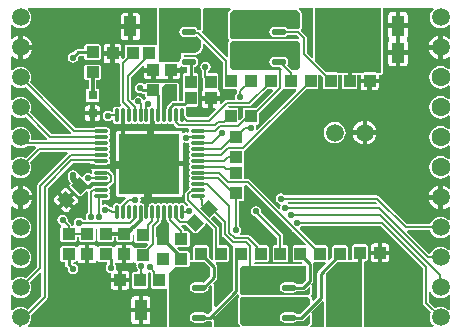
<source format=gtl>
G04 Layer_Physical_Order=1*
G04 Layer_Color=255*
%FSLAX25Y25*%
%MOIN*%
G70*
G01*
G75*
G04:AMPARAMS|DCode=10|XSize=39.37mil|YSize=43.31mil|CornerRadius=0mil|HoleSize=0mil|Usage=FLASHONLY|Rotation=225.000|XOffset=0mil|YOffset=0mil|HoleType=Round|Shape=Rectangle|*
%AMROTATEDRECTD10*
4,1,4,-0.00139,0.02923,0.02923,-0.00139,0.00139,-0.02923,-0.02923,0.00139,-0.00139,0.02923,0.0*
%
%ADD10ROTATEDRECTD10*%

%ADD11R,0.04331X0.03937*%
%ADD12R,0.03937X0.04331*%
%ADD13R,0.04331X0.07087*%
%ADD14R,0.03150X0.03150*%
%ADD15O,0.01378X0.04724*%
%ADD16O,0.04724X0.01378*%
%ADD17R,0.20079X0.20079*%
%ADD18O,0.04921X0.02165*%
%ADD19C,0.00800*%
%ADD20C,0.01000*%
%ADD21C,0.01200*%
%ADD22C,0.02000*%
%ADD23C,0.06299*%
%ADD24C,0.05905*%
%ADD25C,0.02800*%
%ADD26C,0.02200*%
%ADD27C,0.02981*%
%ADD28C,0.02400*%
%ADD29C,0.02410*%
%ADD30C,0.01968*%
G36*
X-124207Y-45385D02*
X-134281Y-55459D01*
X-134502Y-55790D01*
X-134580Y-56180D01*
Y-83138D01*
X-138300Y-86858D01*
X-139073Y-86539D01*
X-140000Y-86417D01*
X-140927Y-86539D01*
X-141792Y-86897D01*
X-142534Y-87466D01*
X-142691Y-87670D01*
X-143191Y-87501D01*
Y-82499D01*
X-142691Y-82330D01*
X-142534Y-82534D01*
X-141792Y-83103D01*
X-140927Y-83461D01*
X-140000Y-83583D01*
X-139073Y-83461D01*
X-138208Y-83103D01*
X-137466Y-82534D01*
X-136897Y-81792D01*
X-136539Y-80927D01*
X-136417Y-80000D01*
X-136539Y-79073D01*
X-136897Y-78208D01*
X-137466Y-77466D01*
X-138208Y-76897D01*
X-139073Y-76539D01*
X-140000Y-76417D01*
X-140927Y-76539D01*
X-141792Y-76897D01*
X-142534Y-77466D01*
X-142691Y-77670D01*
X-143191Y-77500D01*
Y-72499D01*
X-142691Y-72330D01*
X-142534Y-72534D01*
X-141792Y-73103D01*
X-140927Y-73461D01*
X-140000Y-73583D01*
X-139073Y-73461D01*
X-138208Y-73103D01*
X-137466Y-72534D01*
X-136897Y-71792D01*
X-136539Y-70927D01*
X-136417Y-70000D01*
X-136539Y-69073D01*
X-136897Y-68208D01*
X-137466Y-67466D01*
X-138208Y-66897D01*
X-139073Y-66539D01*
X-140000Y-66417D01*
X-140927Y-66539D01*
X-141792Y-66897D01*
X-142534Y-67466D01*
X-142691Y-67670D01*
X-143191Y-67501D01*
Y-63100D01*
X-142691Y-62918D01*
X-141993Y-63453D01*
X-141032Y-63851D01*
X-140750Y-63888D01*
Y-60000D01*
Y-56112D01*
X-141032Y-56149D01*
X-141993Y-56547D01*
X-142691Y-57082D01*
X-143191Y-56900D01*
Y-52499D01*
X-142691Y-52330D01*
X-142534Y-52534D01*
X-141792Y-53103D01*
X-140927Y-53461D01*
X-140000Y-53583D01*
X-139073Y-53461D01*
X-138208Y-53103D01*
X-137466Y-52534D01*
X-136897Y-51792D01*
X-136539Y-50927D01*
X-136417Y-50000D01*
X-136539Y-49073D01*
X-136858Y-48300D01*
X-133443Y-44885D01*
X-124414D01*
X-124207Y-45385D01*
D02*
G37*
G36*
X-142534Y-42534D02*
X-141792Y-43103D01*
X-140927Y-43461D01*
X-140000Y-43583D01*
X-139073Y-43461D01*
X-138208Y-43103D01*
X-137965Y-42916D01*
X-135065D01*
X-134858Y-43416D01*
X-138300Y-46859D01*
X-139073Y-46539D01*
X-140000Y-46417D01*
X-140927Y-46539D01*
X-141792Y-46897D01*
X-142534Y-47466D01*
X-142691Y-47670D01*
X-143191Y-47501D01*
Y-42499D01*
X-142691Y-42330D01*
X-142534Y-42534D01*
D02*
G37*
G36*
Y-32534D02*
X-141792Y-33103D01*
X-140927Y-33461D01*
X-140000Y-33583D01*
X-139073Y-33461D01*
X-138300Y-33141D01*
X-131065Y-40377D01*
X-131272Y-40877D01*
X-136153D01*
X-136483Y-40501D01*
X-136417Y-40000D01*
X-136539Y-39073D01*
X-136897Y-38208D01*
X-137466Y-37466D01*
X-138208Y-36897D01*
X-139073Y-36539D01*
X-140000Y-36417D01*
X-140927Y-36539D01*
X-141792Y-36897D01*
X-142534Y-37466D01*
X-142691Y-37670D01*
X-143191Y-37501D01*
X-143191Y-32499D01*
X-142691Y-32330D01*
X-142534Y-32534D01*
D02*
G37*
G36*
X-91466Y-65583D02*
Y-66602D01*
X-91366Y-67104D01*
X-91171Y-67396D01*
Y-67454D01*
X-91094Y-67844D01*
X-90873Y-68175D01*
X-90400Y-68647D01*
Y-73000D01*
X-90500Y-73100D01*
X-94700D01*
Y-69842D01*
X-93368Y-68510D01*
X-93147Y-68179D01*
X-93069Y-67789D01*
Y-67396D01*
X-92875Y-67104D01*
X-92775Y-66602D01*
Y-65583D01*
X-92120Y-64928D01*
X-91466Y-65583D01*
D02*
G37*
G36*
X-75788Y-70725D02*
Y-76562D01*
X-75818Y-76635D01*
Y-80582D01*
X-76318Y-80789D01*
X-77275Y-79832D01*
Y-76635D01*
X-77465Y-76175D01*
X-77924Y-75985D01*
X-81861D01*
X-82321Y-76175D01*
X-82511Y-76635D01*
Y-80965D01*
X-83585D01*
Y-78578D01*
X-83776Y-78119D01*
X-84235Y-77929D01*
X-86761D01*
X-87757Y-76933D01*
X-87565Y-76472D01*
X-84235D01*
X-83776Y-76281D01*
X-83585Y-75822D01*
Y-71885D01*
X-83776Y-71426D01*
X-84235Y-71236D01*
X-85380D01*
Y-71206D01*
X-85458Y-70815D01*
X-85679Y-70485D01*
X-86392Y-69772D01*
X-86200Y-69310D01*
X-84730D01*
X-82192Y-71849D01*
X-81733Y-72039D01*
X-81273Y-71849D01*
X-78490Y-69065D01*
X-78392Y-68828D01*
X-77837Y-68676D01*
X-75788Y-70725D01*
D02*
G37*
G36*
X-21192Y-61918D02*
X-21383Y-62380D01*
X-50405D01*
X-50543Y-62174D01*
X-50924Y-61920D01*
X-50772Y-61420D01*
X-21691D01*
X-21192Y-61918D01*
D02*
G37*
G36*
X-87900Y-23000D02*
Y-27900D01*
X-87901Y-27901D01*
X-89023D01*
X-89023Y-27901D01*
X-89452Y-27986D01*
X-89816Y-28230D01*
X-89816Y-28230D01*
X-90925Y-29339D01*
X-91168Y-29703D01*
X-91254Y-30132D01*
X-91254Y-30132D01*
Y-30301D01*
X-91366Y-30469D01*
X-91466Y-30972D01*
Y-31991D01*
X-92120Y-32645D01*
X-92655D01*
X-92775Y-32525D01*
Y-30972D01*
X-92875Y-30469D01*
X-92967Y-30330D01*
Y-26513D01*
X-92885Y-26315D01*
Y-23285D01*
X-92100Y-22500D01*
X-88400D01*
X-87900Y-23000D01*
D02*
G37*
G36*
X-98885Y-16296D02*
Y-16904D01*
X-95700D01*
Y-17654D01*
X-94950D01*
Y-20642D01*
X-93535D01*
X-93145Y-20564D01*
X-92850Y-20367D01*
X-92555Y-20564D01*
X-92165Y-20642D01*
X-90750D01*
Y-17653D01*
X-90000D01*
Y-16903D01*
X-86815D01*
Y-16516D01*
X-86315Y-16256D01*
X-85972Y-16485D01*
X-85316Y-16616D01*
X-84468D01*
Y-18685D01*
X-85315D01*
X-85774Y-18875D01*
X-85964Y-19335D01*
Y-23665D01*
X-85774Y-24125D01*
Y-24375D01*
X-85964Y-24835D01*
Y-27901D01*
X-87250D01*
X-87251Y-27900D01*
Y-26473D01*
X-87185Y-26315D01*
Y-22378D01*
X-87375Y-21919D01*
X-87835Y-21729D01*
X-92165D01*
X-92548Y-21887D01*
X-92850Y-21905D01*
X-93152Y-21887D01*
X-93535Y-21729D01*
X-97865D01*
X-98325Y-21919D01*
X-98421Y-22152D01*
X-98558Y-22219D01*
X-98968Y-22304D01*
X-98983Y-22302D01*
X-99437Y-21999D01*
X-100100Y-21867D01*
X-100763Y-21999D01*
X-101326Y-22374D01*
X-101701Y-22937D01*
X-101833Y-23600D01*
X-101701Y-24263D01*
X-101326Y-24826D01*
X-100763Y-25201D01*
X-100100Y-25333D01*
X-99912Y-25296D01*
X-99783Y-25383D01*
X-99353Y-25468D01*
X-99353Y-25468D01*
X-98515D01*
Y-26315D01*
X-98325Y-26774D01*
X-98460Y-27254D01*
X-98750Y-27439D01*
X-99094Y-27338D01*
X-99115Y-27312D01*
X-99474Y-26774D01*
X-100037Y-26399D01*
X-100700Y-26267D01*
X-101363Y-26399D01*
X-101926Y-26774D01*
X-102301Y-27337D01*
X-102319Y-27428D01*
X-102862Y-27592D01*
X-103240Y-27214D01*
Y-19945D01*
X-99385Y-16089D01*
X-98885Y-16296D01*
D02*
G37*
G36*
X-19768Y-18500D02*
X-21408D01*
X-21685Y-18385D01*
X-25622D01*
X-25899Y-18500D01*
X-34408D01*
X-34685Y-18385D01*
X-38026D01*
X-41768Y-14643D01*
Y3190D01*
X-19768D01*
Y-18500D01*
D02*
G37*
G36*
X-142534Y-22534D02*
X-141792Y-23103D01*
X-140927Y-23461D01*
X-140000Y-23583D01*
X-139073Y-23461D01*
X-138300Y-23142D01*
X-123033Y-38409D01*
X-123240Y-38909D01*
X-129649D01*
X-136858Y-31700D01*
X-136539Y-30927D01*
X-136417Y-30000D01*
X-136539Y-29073D01*
X-136897Y-28208D01*
X-137466Y-27466D01*
X-138208Y-26897D01*
X-139073Y-26539D01*
X-140000Y-26417D01*
X-140927Y-26539D01*
X-141792Y-26897D01*
X-142534Y-27466D01*
X-142691Y-27670D01*
X-143191Y-27501D01*
Y-22499D01*
X-142691Y-22330D01*
X-142534Y-22534D01*
D02*
G37*
G36*
X-51955Y-24015D02*
X-48310D01*
X-48103Y-24515D01*
X-61159Y-37570D01*
X-61619Y-37324D01*
X-61535Y-36900D01*
X-61651Y-36315D01*
X-61420Y-35815D01*
X-61335D01*
X-60875Y-35625D01*
X-60685Y-35165D01*
Y-32195D01*
X-52859Y-24369D01*
X-52724Y-24168D01*
X-52602Y-24032D01*
X-52110Y-23951D01*
X-51955Y-24015D01*
D02*
G37*
G36*
X-55850Y-24477D02*
X-61559Y-30185D01*
X-65272D01*
X-65731Y-30375D01*
X-65921Y-30835D01*
Y-33314D01*
X-66916Y-34309D01*
X-67378Y-34118D01*
Y-30835D01*
X-67568Y-30375D01*
X-68028Y-30185D01*
X-70532D01*
X-70783Y-29685D01*
X-70659Y-29520D01*
X-63783D01*
X-63393Y-29442D01*
X-63062Y-29221D01*
X-57856Y-24015D01*
X-56042D01*
X-55850Y-24477D01*
D02*
G37*
G36*
X-3103Y-71792D02*
X-2534Y-72534D01*
X-1792Y-73103D01*
X-927Y-73461D01*
X0Y-73583D01*
X927Y-73461D01*
X1792Y-73103D01*
X2534Y-72534D01*
X2690Y-72330D01*
X3190Y-72500D01*
X3190Y-77500D01*
X2690Y-77670D01*
X2534Y-77466D01*
X1792Y-76897D01*
X927Y-76539D01*
X0Y-76417D01*
X-927Y-76539D01*
X-1792Y-76897D01*
X-2534Y-77466D01*
X-3103Y-78208D01*
X-3273Y-78618D01*
X-3863Y-78735D01*
X-11117Y-71482D01*
X-10925Y-71020D01*
X-3423D01*
X-3103Y-71792D01*
D02*
G37*
G36*
X-5788Y-83654D02*
Y-95232D01*
X-5710Y-95622D01*
X-5489Y-95953D01*
X-3142Y-98300D01*
X-3461Y-99073D01*
X-3583Y-100000D01*
X-3461Y-100927D01*
X-3103Y-101792D01*
X-2534Y-102534D01*
X-2330Y-102690D01*
X-2499Y-103190D01*
X-25656D01*
Y-81500D01*
X-25194Y-81315D01*
X-24924D01*
X-24465Y-81125D01*
X-24275Y-80665D01*
Y-76335D01*
X-24465Y-75875D01*
X-24924Y-75685D01*
X-28861D01*
X-29321Y-75875D01*
X-29511Y-76335D01*
Y-80665D01*
X-29635Y-80851D01*
X-30832D01*
Y-76635D01*
X-31022Y-76175D01*
X-31482Y-75985D01*
X-35418D01*
X-35878Y-76175D01*
X-36068Y-76635D01*
Y-80029D01*
X-37039Y-81000D01*
X-37525Y-80779D01*
Y-76635D01*
X-37715Y-76175D01*
X-38175Y-75985D01*
X-41478D01*
X-47010Y-70454D01*
X-46895Y-69861D01*
X-46543Y-69626D01*
X-46405Y-69420D01*
X-20022D01*
X-5788Y-83654D01*
D02*
G37*
G36*
X-43406Y-93800D02*
Y-95514D01*
X-46870Y-98978D01*
X-47785D01*
X-47847Y-98887D01*
X-48403Y-98515D01*
X-49060Y-98384D01*
X-51816D01*
X-52472Y-98515D01*
X-53029Y-98887D01*
X-53401Y-99443D01*
X-53531Y-100100D01*
X-53401Y-100757D01*
X-53029Y-101313D01*
X-52472Y-101685D01*
X-51816Y-101816D01*
X-49060D01*
X-48403Y-101685D01*
X-47847Y-101313D01*
X-47785Y-101222D01*
X-46406D01*
X-46406Y-101222D01*
X-45976Y-101136D01*
X-45612Y-100893D01*
X-43867Y-99148D01*
X-43406Y-99339D01*
Y-101800D01*
X-44405Y-102800D01*
X-65806Y-102800D01*
X-66706Y-101900D01*
X-66705Y-93682D01*
X-66124Y-93100D01*
X-44105D01*
X-43406Y-93800D01*
D02*
G37*
G36*
X-3103Y-91792D02*
X-2534Y-92534D01*
X-1792Y-93103D01*
X-927Y-93461D01*
X0Y-93583D01*
X927Y-93461D01*
X1792Y-93103D01*
X2534Y-92534D01*
X2690Y-92330D01*
X3190Y-92500D01*
X3190Y-97500D01*
X2690Y-97670D01*
X2534Y-97466D01*
X1792Y-96897D01*
X927Y-96539D01*
X0Y-96417D01*
X-927Y-96539D01*
X-1700Y-96859D01*
X-3749Y-94809D01*
Y-91540D01*
X-3249Y-91440D01*
X-3103Y-91792D01*
D02*
G37*
G36*
X-67160Y-92614D02*
X-67155Y-93213D01*
X-67165Y-93222D01*
X-67355Y-93682D01*
X-67355Y-101900D01*
X-67355Y-101900D01*
X-67355Y-101900D01*
X-67273Y-102098D01*
X-67165Y-102359D01*
X-67165Y-102359D01*
X-67165Y-102359D01*
X-66795Y-102728D01*
X-66987Y-103190D01*
X-75456D01*
Y-101427D01*
X-75485Y-101356D01*
X-75473Y-101280D01*
X-75577Y-101134D01*
X-75646Y-100967D01*
X-75790Y-100476D01*
X-67696Y-92383D01*
X-67413Y-92370D01*
X-67160Y-92614D01*
D02*
G37*
G36*
X-38918Y-94906D02*
Y-103190D01*
X-43224D01*
X-43415Y-102728D01*
X-42946Y-102259D01*
X-42756Y-101800D01*
Y-99339D01*
X-42805Y-99220D01*
Y-99091D01*
X-42897Y-99000D01*
X-42946Y-98880D01*
X-43088Y-98369D01*
X-39418Y-94698D01*
X-38918Y-94906D01*
D02*
G37*
G36*
X-26305Y-103190D02*
X-38268D01*
Y-85401D01*
X-34482Y-81615D01*
X-31482D01*
X-31204Y-81500D01*
X-26305D01*
Y-103190D01*
D02*
G37*
G36*
X-44722Y-82800D02*
Y-87431D01*
X-46270Y-88978D01*
X-47785D01*
X-47847Y-88887D01*
X-48403Y-88515D01*
X-49060Y-88384D01*
X-51816D01*
X-52472Y-88515D01*
X-53029Y-88887D01*
X-53401Y-89443D01*
X-53531Y-90100D01*
X-53401Y-90757D01*
X-53029Y-91313D01*
X-52472Y-91685D01*
X-51816Y-91816D01*
X-49060D01*
X-48403Y-91685D01*
X-47847Y-91313D01*
X-47785Y-91222D01*
X-45806D01*
X-45805Y-91222D01*
X-45376Y-91136D01*
X-45013Y-90893D01*
X-43867Y-89748D01*
X-43406Y-89939D01*
Y-91800D01*
X-44006Y-92400D01*
X-66206Y-92400D01*
X-66706Y-91900D01*
X-66705Y-83681D01*
X-65824Y-82800D01*
X-44722Y-82800D01*
D02*
G37*
G36*
X-76722Y-83557D02*
Y-86235D01*
X-78902Y-88416D01*
X-79060Y-88384D01*
X-81816D01*
X-82472Y-88515D01*
X-83029Y-88887D01*
X-83401Y-89443D01*
X-83531Y-90100D01*
X-83401Y-90757D01*
X-83029Y-91313D01*
X-82472Y-91685D01*
X-81816Y-91816D01*
X-79060D01*
X-78403Y-91685D01*
X-77847Y-91313D01*
X-77475Y-90757D01*
X-77344Y-90100D01*
X-77356Y-90042D01*
X-76567Y-89254D01*
X-76105Y-89445D01*
Y-97619D01*
X-77339Y-98853D01*
X-77847Y-98887D01*
X-78403Y-98515D01*
X-79060Y-98384D01*
X-81816D01*
X-82472Y-98515D01*
X-83029Y-98887D01*
X-83401Y-99444D01*
X-83531Y-100100D01*
X-83401Y-100757D01*
X-83029Y-101313D01*
X-82472Y-101685D01*
X-81816Y-101816D01*
X-79060D01*
X-78403Y-101685D01*
X-77847Y-101313D01*
X-77785Y-101222D01*
X-77000D01*
X-77000Y-101222D01*
X-76605Y-101143D01*
X-76556Y-101145D01*
X-76105Y-101427D01*
Y-103190D01*
X-90505D01*
Y-85105D01*
X-88565Y-83164D01*
X-84235D01*
X-83776Y-82974D01*
X-83585Y-82515D01*
Y-81615D01*
X-78664D01*
X-76722Y-83557D01*
D02*
G37*
G36*
X-49359Y-71221D02*
X-49028Y-71442D01*
X-48875Y-71473D01*
X-44862Y-75485D01*
X-45069Y-75985D01*
X-48669D01*
X-49128Y-76175D01*
X-49318Y-76635D01*
Y-80965D01*
X-49128Y-81425D01*
X-48669Y-81615D01*
X-46105D01*
X-46081Y-81651D01*
X-46348Y-82151D01*
X-62258Y-82151D01*
X-62298Y-81999D01*
X-61931Y-81627D01*
X-61883Y-81615D01*
X-57981D01*
X-57522Y-81425D01*
X-57332Y-80965D01*
Y-76635D01*
X-57522Y-76175D01*
X-57981Y-75985D01*
X-60343D01*
X-60547Y-75679D01*
X-63447Y-72779D01*
X-63778Y-72558D01*
X-64168Y-72480D01*
X-66742D01*
X-66946Y-71980D01*
X-66667Y-71563D01*
X-66535Y-70900D01*
X-66667Y-70237D01*
X-67043Y-69674D01*
X-67280Y-69516D01*
Y-61264D01*
X-66135D01*
X-65675Y-61074D01*
X-65485Y-60615D01*
Y-56678D01*
X-65583Y-56442D01*
X-65299Y-55942D01*
X-64639D01*
X-49359Y-71221D01*
D02*
G37*
G36*
X-72788Y-68549D02*
Y-72350D01*
X-72710Y-72740D01*
X-72489Y-73071D01*
X-69939Y-75621D01*
X-69608Y-75842D01*
X-69427Y-75878D01*
X-69180Y-76331D01*
X-69172Y-76420D01*
X-69261Y-76635D01*
Y-80965D01*
X-69227Y-81047D01*
Y-90741D01*
X-74994Y-96508D01*
X-75456Y-96317D01*
Y-89445D01*
X-75506Y-89326D01*
Y-89196D01*
X-75597Y-89105D01*
X-75646Y-88986D01*
X-75788Y-88474D01*
X-74807Y-87493D01*
X-74807Y-87493D01*
X-74564Y-87129D01*
X-74478Y-86700D01*
Y-83093D01*
X-74478Y-83093D01*
X-74564Y-82664D01*
X-74807Y-82300D01*
X-74992Y-82115D01*
X-74785Y-81615D01*
X-71232D01*
X-70772Y-81425D01*
X-70582Y-80965D01*
Y-76635D01*
X-70772Y-76175D01*
X-71232Y-75985D01*
X-73749D01*
Y-70303D01*
X-73826Y-69912D01*
X-74047Y-69582D01*
X-76527Y-67102D01*
X-75381Y-65956D01*
X-72788Y-68549D01*
D02*
G37*
G36*
X-38140Y-82100D02*
X-40699Y-84659D01*
X-40942Y-85023D01*
X-41027Y-85452D01*
X-41027Y-85452D01*
Y-93135D01*
X-42294Y-94402D01*
X-42756Y-94211D01*
Y-93800D01*
X-42862Y-93545D01*
X-42946Y-93341D01*
X-43487Y-92800D01*
X-42946Y-92259D01*
X-42756Y-91800D01*
Y-89939D01*
X-42805Y-89820D01*
Y-89691D01*
X-42897Y-89600D01*
X-42946Y-89480D01*
X-43088Y-88969D01*
X-42807Y-88688D01*
X-42564Y-88324D01*
X-42479Y-87895D01*
X-42479Y-87895D01*
Y-82096D01*
X-42479Y-82096D01*
X-42499Y-81995D01*
X-42138Y-81641D01*
X-42065Y-81615D01*
X-38361D01*
X-38140Y-82100D01*
D02*
G37*
G36*
X-133020Y-85115D02*
Y-92878D01*
X-137547Y-97404D01*
X-138208Y-96897D01*
X-139073Y-96539D01*
X-140000Y-96417D01*
X-140927Y-96539D01*
X-141792Y-96897D01*
X-142534Y-97466D01*
X-142691Y-97670D01*
X-143191Y-97500D01*
Y-92500D01*
X-142691Y-92330D01*
X-142534Y-92534D01*
X-141792Y-93103D01*
X-140927Y-93461D01*
X-140000Y-93583D01*
X-139073Y-93461D01*
X-138208Y-93103D01*
X-137466Y-92534D01*
X-136897Y-91792D01*
X-136539Y-90927D01*
X-136417Y-90000D01*
X-136539Y-89073D01*
X-136858Y-88300D01*
X-133482Y-84923D01*
X-133020Y-85115D01*
D02*
G37*
G36*
X-47905Y2400D02*
X-46905Y1400D01*
Y-3543D01*
X-47405Y-3900D01*
X-47506Y-3880D01*
X-51217D01*
X-51347Y-3687D01*
X-51903Y-3315D01*
X-52560Y-3184D01*
X-55316D01*
X-55972Y-3315D01*
X-56529Y-3687D01*
X-56901Y-4243D01*
X-57031Y-4900D01*
X-56901Y-5557D01*
X-56529Y-6113D01*
X-55972Y-6485D01*
X-55316Y-6616D01*
X-52560D01*
X-51903Y-6485D01*
X-51347Y-6113D01*
X-51217Y-5920D01*
X-47928D01*
X-47076Y-6771D01*
X-47506Y-7200D01*
X-69705Y-7200D01*
X-70205Y-6700D01*
X-70205Y1519D01*
X-69324Y2400D01*
X-47905Y2400D01*
D02*
G37*
G36*
X-94455Y-9189D02*
X-94919Y-9375D01*
X-95378Y-9185D01*
X-99315D01*
X-99774Y-9375D01*
X-100226Y-9375D01*
X-100685Y-9185D01*
X-104622D01*
X-105081Y-9375D01*
X-105271Y-9835D01*
Y-13176D01*
X-105858Y-13763D01*
X-106358Y-13556D01*
Y-12750D01*
X-108597D01*
Y-15185D01*
X-107378D01*
X-107340Y-15177D01*
X-106840Y-15564D01*
Y-28282D01*
X-106762Y-28673D01*
X-106621Y-28883D01*
X-106591Y-29125D01*
X-106746Y-29506D01*
X-107118Y-29754D01*
X-107313Y-29793D01*
X-107366Y-29757D01*
X-107868Y-29657D01*
X-108371Y-29757D01*
X-108798Y-30042D01*
X-109083Y-30469D01*
X-109183Y-30972D01*
Y-31559D01*
X-109674Y-31574D01*
X-110237Y-31199D01*
X-110900Y-31067D01*
X-111563Y-31199D01*
X-112126Y-31574D01*
X-112501Y-32137D01*
X-112633Y-32800D01*
X-112501Y-33463D01*
X-112126Y-34026D01*
X-111563Y-34401D01*
X-110900Y-34533D01*
X-110237Y-34401D01*
X-109674Y-34026D01*
X-109183Y-34190D01*
Y-34318D01*
X-109083Y-34821D01*
X-108798Y-35247D01*
X-108371Y-35532D01*
X-107868Y-35632D01*
X-107366Y-35532D01*
X-107313Y-35497D01*
X-107118Y-35536D01*
X-106650Y-35848D01*
Y-34800D01*
X-106554Y-34318D01*
Y-32645D01*
X-105246D01*
Y-34318D01*
X-105150Y-34800D01*
Y-35848D01*
X-104682Y-35536D01*
X-104487Y-35497D01*
X-104434Y-35532D01*
X-103931Y-35632D01*
X-103428Y-35532D01*
X-103002Y-35247D01*
X-102892D01*
X-102466Y-35532D01*
X-101963Y-35632D01*
X-101460Y-35532D01*
X-101034Y-35247D01*
X-100924D01*
X-100497Y-35532D01*
X-99994Y-35632D01*
X-99492Y-35532D01*
X-99065Y-35247D01*
X-98955D01*
X-98529Y-35532D01*
X-98026Y-35632D01*
X-97523Y-35532D01*
X-97470Y-35497D01*
X-97275Y-35536D01*
X-96807Y-35848D01*
Y-34800D01*
X-96711Y-34318D01*
Y-32645D01*
X-95403D01*
Y-34318D01*
X-95307Y-34800D01*
Y-35848D01*
X-94840Y-35536D01*
X-94645Y-35497D01*
X-94592Y-35532D01*
X-94089Y-35632D01*
X-93586Y-35532D01*
X-93160Y-35247D01*
X-93050D01*
X-92623Y-35532D01*
X-92120Y-35632D01*
X-91617Y-35532D01*
X-91191Y-35247D01*
X-91081D01*
X-90655Y-35532D01*
X-90152Y-35632D01*
X-89649Y-35532D01*
X-89615Y-35510D01*
X-89549Y-35496D01*
X-88953Y-35669D01*
X-88904Y-35742D01*
X-87918Y-36728D01*
X-87587Y-36949D01*
X-87197Y-37027D01*
X-84101D01*
X-83872Y-37340D01*
X-83801Y-37527D01*
X-83887Y-37960D01*
X-83847Y-38161D01*
X-84083Y-38363D01*
X-84292Y-38489D01*
X-84905Y-38367D01*
X-85524Y-38490D01*
X-85605Y-38488D01*
X-85832Y-38423D01*
X-86121Y-38266D01*
X-86281Y-38026D01*
X-86612Y-37805D01*
X-87002Y-37728D01*
X-96292D01*
Y-48037D01*
X-85983D01*
Y-41980D01*
X-85483Y-41719D01*
X-84905Y-41833D01*
X-84363Y-41725D01*
X-84116Y-41814D01*
X-83858Y-42046D01*
X-83787Y-42400D01*
X-83502Y-42826D01*
Y-42936D01*
X-83787Y-43362D01*
X-83887Y-43865D01*
X-83787Y-44368D01*
X-83502Y-44795D01*
Y-44905D01*
X-83787Y-45331D01*
X-83887Y-45834D01*
X-83787Y-46337D01*
X-83502Y-46763D01*
Y-46873D01*
X-83787Y-47299D01*
X-83887Y-47802D01*
X-83787Y-48305D01*
X-83502Y-48732D01*
Y-48842D01*
X-83787Y-49268D01*
X-83887Y-49771D01*
X-83787Y-50274D01*
X-83729Y-50360D01*
X-83530Y-50755D01*
X-83729Y-51150D01*
X-83787Y-51236D01*
X-83887Y-51739D01*
X-83787Y-52242D01*
X-83502Y-52669D01*
Y-52779D01*
X-83787Y-53205D01*
X-83887Y-53708D01*
X-83787Y-54211D01*
X-83729Y-54297D01*
X-83530Y-54692D01*
X-83729Y-55087D01*
X-83787Y-55173D01*
X-83887Y-55676D01*
X-83787Y-56179D01*
X-83537Y-56554D01*
X-83672Y-56902D01*
X-83751Y-57041D01*
X-83994Y-57203D01*
X-84983Y-58193D01*
X-85204Y-58524D01*
X-85282Y-58914D01*
Y-60809D01*
X-85204Y-61199D01*
X-84983Y-61530D01*
X-84167Y-62346D01*
X-84289Y-62894D01*
X-84519Y-62995D01*
X-84999Y-62761D01*
X-85001Y-62752D01*
X-85286Y-62326D01*
X-85712Y-62041D01*
X-86215Y-61941D01*
X-86718Y-62041D01*
X-87144Y-62326D01*
X-87254D01*
X-87680Y-62041D01*
X-88183Y-61941D01*
X-88686Y-62041D01*
X-89113Y-62326D01*
X-89223D01*
X-89649Y-62041D01*
X-90152Y-61941D01*
X-90655Y-62041D01*
X-91081Y-62326D01*
X-91191D01*
X-91617Y-62041D01*
X-92120Y-61941D01*
X-92623Y-62041D01*
X-93050Y-62326D01*
X-93160D01*
X-93586Y-62041D01*
X-94089Y-61941D01*
X-94592Y-62041D01*
X-95018Y-62326D01*
X-95128D01*
X-95555Y-62041D01*
X-96057Y-61941D01*
X-96560Y-62041D01*
X-96613Y-62076D01*
X-96808Y-62037D01*
X-97276Y-61725D01*
Y-62773D01*
X-97372Y-63255D01*
Y-64928D01*
X-98680D01*
Y-63255D01*
X-98776Y-62773D01*
Y-61725D01*
X-99244Y-62037D01*
X-99439Y-62076D01*
X-99492Y-62041D01*
X-99842Y-61971D01*
X-100078Y-61576D01*
X-100104Y-61463D01*
X-99972Y-60800D01*
X-100063Y-60346D01*
X-99743Y-59846D01*
X-97792D01*
Y-49537D01*
X-108101D01*
Y-58826D01*
X-108023Y-59216D01*
X-107802Y-59547D01*
X-107471Y-59768D01*
X-107081Y-59846D01*
X-105100D01*
X-104893Y-60346D01*
X-106567Y-62019D01*
X-106635Y-62075D01*
X-107203Y-62150D01*
X-107366Y-62041D01*
X-107868Y-61941D01*
X-108371Y-62041D01*
X-108798Y-62326D01*
X-109083Y-62752D01*
X-109168Y-63179D01*
X-109614Y-63433D01*
X-109618Y-63435D01*
X-109675Y-63379D01*
X-110005Y-63158D01*
X-110396Y-63080D01*
X-110542D01*
X-110680Y-62874D01*
X-111242Y-62499D01*
X-111906Y-62367D01*
X-112486Y-62482D01*
X-112986Y-62228D01*
Y-60927D01*
X-111510D01*
X-111007Y-60827D01*
X-110581Y-60543D01*
X-110296Y-60116D01*
X-110196Y-59613D01*
X-110296Y-59110D01*
X-110581Y-58684D01*
Y-58574D01*
X-110296Y-58148D01*
X-110196Y-57645D01*
X-110296Y-57142D01*
X-110430Y-56942D01*
X-110373Y-56431D01*
X-110291Y-56319D01*
X-109100Y-55128D01*
X-108879Y-54798D01*
X-108802Y-54407D01*
Y-53008D01*
X-108879Y-52618D01*
X-109100Y-52287D01*
X-110002Y-51385D01*
X-110090Y-51265D01*
X-110095Y-50693D01*
X-109980Y-50521D01*
X-111028D01*
X-111510Y-50425D01*
X-113183D01*
X-114857D01*
X-115339Y-50521D01*
X-116387D01*
X-116074Y-50989D01*
X-116035Y-51184D01*
X-116071Y-51236D01*
X-116171Y-51739D01*
X-116162Y-51785D01*
X-116612Y-52086D01*
X-116742Y-51999D01*
X-117405Y-51867D01*
X-118069Y-51999D01*
X-118631Y-52374D01*
X-118973Y-52885D01*
X-119140Y-52977D01*
X-119484Y-53081D01*
X-119814Y-52751D01*
X-120273Y-52561D01*
X-120284Y-52566D01*
X-120854Y-52261D01*
X-120899Y-52037D01*
X-121274Y-51474D01*
X-121837Y-51099D01*
X-122500Y-50967D01*
X-123163Y-51099D01*
X-123726Y-51474D01*
X-124101Y-52037D01*
X-124233Y-52700D01*
X-124131Y-53212D01*
Y-53767D01*
X-124007Y-54392D01*
X-123653Y-54921D01*
X-123278Y-55297D01*
X-123516Y-55535D01*
X-123706Y-55994D01*
X-123516Y-56454D01*
X-120454Y-59516D01*
X-119994Y-59706D01*
X-119535Y-59516D01*
X-118025Y-58006D01*
X-117564Y-58252D01*
X-117565Y-58255D01*
Y-65197D01*
X-117771Y-65334D01*
X-118147Y-65897D01*
X-118279Y-66560D01*
X-118155Y-67180D01*
X-118170Y-67304D01*
X-118372Y-67680D01*
X-119053D01*
X-119334Y-67259D01*
X-119897Y-66884D01*
X-120560Y-66752D01*
X-121223Y-66884D01*
X-121786Y-67259D01*
X-122161Y-67822D01*
X-122293Y-68485D01*
X-122184Y-69036D01*
X-122458Y-69536D01*
X-122994D01*
X-123058Y-69215D01*
X-123279Y-68885D01*
X-124321Y-67843D01*
X-124272Y-67600D01*
X-124404Y-66937D01*
X-124780Y-66374D01*
X-125342Y-65999D01*
X-126005Y-65867D01*
X-126669Y-65999D01*
X-127231Y-66374D01*
X-127607Y-66937D01*
X-127739Y-67600D01*
X-127607Y-68263D01*
X-127231Y-68826D01*
X-126669Y-69201D01*
X-126666Y-69202D01*
X-126615Y-69722D01*
X-126625Y-69726D01*
X-126815Y-70185D01*
Y-74122D01*
X-126625Y-74581D01*
X-126165Y-74771D01*
X-121835D01*
X-121375Y-74581D01*
X-121185Y-74122D01*
Y-73173D01*
X-120648D01*
Y-74122D01*
X-120458Y-74581D01*
X-119999Y-74771D01*
X-115668D01*
X-115209Y-74581D01*
X-115019Y-74122D01*
Y-70563D01*
X-114750Y-70407D01*
X-114481Y-70563D01*
Y-74122D01*
X-114291Y-74581D01*
X-113832Y-74771D01*
X-109501D01*
X-109042Y-74581D01*
X-108852Y-74122D01*
Y-73377D01*
X-108315D01*
Y-74122D01*
X-108125Y-74581D01*
X-107665Y-74771D01*
X-103335D01*
X-102875Y-74581D01*
X-102685Y-74122D01*
Y-72351D01*
X-102648Y-72326D01*
X-102148Y-72593D01*
Y-74622D01*
X-101958Y-75081D01*
X-101499Y-75271D01*
X-97854D01*
X-97662Y-75733D01*
X-98657Y-76728D01*
X-101499D01*
X-101822Y-76862D01*
X-101861Y-76863D01*
X-102357Y-76665D01*
X-102393Y-76488D01*
X-102614Y-76157D01*
X-102945Y-75936D01*
X-103335Y-75858D01*
X-104750D01*
Y-78846D01*
Y-81835D01*
X-103335D01*
X-102945Y-81757D01*
X-102614Y-81536D01*
X-102604Y-81521D01*
X-102040Y-81577D01*
X-101958Y-81774D01*
X-101601Y-81922D01*
X-101407Y-82225D01*
X-101323Y-82464D01*
X-101439Y-83046D01*
X-101307Y-83709D01*
X-100931Y-84271D01*
X-100910Y-84285D01*
X-101062Y-84785D01*
X-102122D01*
X-102581Y-84975D01*
X-102771Y-85435D01*
Y-89765D01*
X-102581Y-90225D01*
X-102122Y-90415D01*
X-98185D01*
X-97726Y-90225D01*
X-97536Y-89765D01*
Y-85435D01*
X-97605Y-85268D01*
X-97313Y-84865D01*
X-96845Y-84874D01*
X-96434Y-85285D01*
Y-85363D01*
X-96464Y-85435D01*
Y-89765D01*
X-96274Y-90225D01*
X-95815Y-90415D01*
X-91878D01*
X-91655Y-90322D01*
X-91155Y-90614D01*
Y-103190D01*
X-137501D01*
X-137670Y-102690D01*
X-137466Y-102534D01*
X-136897Y-101792D01*
X-136539Y-100927D01*
X-136417Y-100000D01*
X-136514Y-99256D01*
X-131279Y-94021D01*
X-131058Y-93690D01*
X-130980Y-93300D01*
Y-57022D01*
X-122649Y-48690D01*
X-116697D01*
X-116542Y-49021D01*
X-115339D01*
X-114857Y-49117D01*
X-113183D01*
X-111510D01*
X-111028Y-49021D01*
X-109980D01*
X-110292Y-48553D01*
X-110331Y-48358D01*
X-110296Y-48305D01*
X-110196Y-47802D01*
X-110296Y-47299D01*
X-110581Y-46873D01*
Y-46763D01*
X-110296Y-46337D01*
X-110196Y-45834D01*
X-110296Y-45331D01*
X-110354Y-45244D01*
X-110553Y-44850D01*
X-110354Y-44455D01*
X-110296Y-44368D01*
X-110196Y-43865D01*
X-110296Y-43362D01*
X-110581Y-42936D01*
Y-42826D01*
X-110296Y-42400D01*
X-110196Y-41897D01*
X-110296Y-41394D01*
X-110354Y-41307D01*
X-110553Y-40913D01*
X-110354Y-40518D01*
X-110296Y-40431D01*
X-110196Y-39928D01*
X-110296Y-39425D01*
X-110581Y-38999D01*
Y-38889D01*
X-110296Y-38463D01*
X-110196Y-37960D01*
X-110296Y-37457D01*
X-110581Y-37031D01*
X-111007Y-36746D01*
X-111510Y-36646D01*
X-114857D01*
X-115359Y-36746D01*
X-115651Y-36940D01*
X-121618D01*
X-136858Y-21700D01*
X-136539Y-20927D01*
X-136417Y-20000D01*
X-136539Y-19073D01*
X-136897Y-18208D01*
X-137466Y-17466D01*
X-138208Y-16897D01*
X-139073Y-16539D01*
X-140000Y-16417D01*
X-140927Y-16539D01*
X-141792Y-16897D01*
X-142534Y-17466D01*
X-142691Y-17670D01*
X-143191Y-17501D01*
Y-13100D01*
X-142691Y-12918D01*
X-141993Y-13453D01*
X-141032Y-13851D01*
X-140750Y-13888D01*
Y-10000D01*
Y-6112D01*
X-141032Y-6149D01*
X-141993Y-6547D01*
X-142691Y-7082D01*
X-143191Y-6900D01*
Y-2499D01*
X-142691Y-2330D01*
X-142534Y-2534D01*
X-141792Y-3103D01*
X-140927Y-3461D01*
X-140000Y-3583D01*
X-139073Y-3461D01*
X-138208Y-3103D01*
X-137466Y-2534D01*
X-136897Y-1792D01*
X-136539Y-927D01*
X-136417Y0D01*
X-136539Y927D01*
X-136897Y1792D01*
X-137466Y2534D01*
X-137670Y2690D01*
X-137501Y3190D01*
X-94455D01*
Y-9189D01*
D02*
G37*
G36*
X-72525Y-14864D02*
Y-18779D01*
X-72631Y-19035D01*
Y-23365D01*
X-72441Y-23825D01*
X-71982Y-24015D01*
X-68133D01*
X-68064Y-24054D01*
X-67887Y-24234D01*
X-67745Y-24432D01*
X-67788Y-24648D01*
Y-25037D01*
X-67994Y-25174D01*
X-68370Y-25737D01*
X-68502Y-26400D01*
X-68386Y-26980D01*
X-68641Y-27480D01*
X-71327D01*
X-71717Y-27558D01*
X-72048Y-27779D01*
X-73166Y-28897D01*
X-73665Y-28690D01*
Y-27750D01*
X-75903D01*
Y-30185D01*
X-75161D01*
X-74954Y-30685D01*
X-77649Y-33380D01*
X-84037D01*
X-84901Y-32517D01*
Y-30972D01*
X-85001Y-30469D01*
X-84753Y-29940D01*
X-84595Y-29835D01*
X-84575Y-29815D01*
X-81378D01*
X-80919Y-29625D01*
X-80729Y-29165D01*
Y-24835D01*
X-80919Y-24375D01*
Y-24125D01*
X-80729Y-23665D01*
Y-19335D01*
X-80919Y-18875D01*
X-81378Y-18685D01*
X-82225D01*
Y-16549D01*
X-81903Y-16485D01*
X-81347Y-16113D01*
X-80975Y-15556D01*
X-80844Y-14900D01*
X-80975Y-14243D01*
X-81347Y-13687D01*
X-81903Y-13315D01*
X-82560Y-13184D01*
X-85189D01*
X-85451Y-12923D01*
X-85554Y-12722D01*
X-85492Y-12549D01*
X-82242D01*
X-82180Y-12524D01*
X-82115Y-12537D01*
X-81598Y-12434D01*
X-81542Y-12397D01*
X-81476D01*
X-80989Y-12195D01*
X-80941Y-12148D01*
X-80876Y-12135D01*
X-80438Y-11842D01*
X-80401Y-11787D01*
X-80339Y-11761D01*
X-79966Y-11389D01*
X-79941Y-11327D01*
X-79886Y-11290D01*
X-79593Y-10852D01*
X-79580Y-10786D01*
X-79532Y-10739D01*
X-79331Y-10252D01*
Y-10185D01*
X-79294Y-10130D01*
X-79191Y-9613D01*
X-79204Y-9548D01*
X-79178Y-9486D01*
X-79178Y-9222D01*
X-79178Y-9222D01*
Y-8864D01*
X-78716Y-8673D01*
X-72525Y-14864D01*
D02*
G37*
G36*
X-79828Y2837D02*
X-79828Y-3995D01*
X-80328Y-4245D01*
X-80457Y-4158D01*
X-80847Y-4080D01*
X-81084D01*
X-81347Y-3687D01*
X-81903Y-3315D01*
X-82560Y-3184D01*
X-85316D01*
X-85972Y-3315D01*
X-86529Y-3687D01*
X-86901Y-4243D01*
X-87031Y-4900D01*
X-86901Y-5557D01*
X-86529Y-6113D01*
X-85972Y-6485D01*
X-85316Y-6616D01*
X-82560D01*
X-81903Y-6485D01*
X-81356Y-6120D01*
X-81270D01*
X-79828Y-7562D01*
X-79828Y-9222D01*
X-79828Y-9222D01*
X-79828Y-9486D01*
X-79931Y-10003D01*
X-80133Y-10491D01*
X-80426Y-10929D01*
X-80799Y-11302D01*
X-81237Y-11595D01*
X-81724Y-11797D01*
X-82242Y-11900D01*
X-86506D01*
Y-13671D01*
X-86529Y-13687D01*
X-86901Y-14243D01*
X-87031Y-14900D01*
X-93805D01*
Y3190D01*
X-80181D01*
X-79828Y2837D01*
D02*
G37*
G36*
X-2330Y2690D02*
X-2534Y2534D01*
X-3103Y1792D01*
X-3461Y927D01*
X-3583Y0D01*
X-3461Y-927D01*
X-3103Y-1792D01*
X-2534Y-2534D01*
X-1792Y-3103D01*
X-927Y-3461D01*
X0Y-3583D01*
X927Y-3461D01*
X1792Y-3103D01*
X2534Y-2534D01*
X2691Y-2330D01*
X3190Y-2499D01*
Y-6900D01*
X2691Y-7082D01*
X1993Y-6547D01*
X1032Y-6149D01*
X750Y-6112D01*
Y-10000D01*
Y-13888D01*
X1032Y-13851D01*
X1993Y-13453D01*
X2691Y-12918D01*
X3190Y-13100D01*
Y-17221D01*
X2717Y-17381D01*
X2674Y-17326D01*
X1891Y-16725D01*
X979Y-16347D01*
X0Y-16218D01*
X-979Y-16347D01*
X-1891Y-16725D01*
X-2674Y-17326D01*
X-3275Y-18109D01*
X-3653Y-19021D01*
X-3782Y-20000D01*
X-3653Y-20979D01*
X-3275Y-21891D01*
X-2674Y-22674D01*
X-1891Y-23275D01*
X-979Y-23653D01*
X0Y-23782D01*
X979Y-23653D01*
X1891Y-23275D01*
X2674Y-22674D01*
X2717Y-22618D01*
X3190Y-22779D01*
X3190Y-27221D01*
X2717Y-27382D01*
X2674Y-27326D01*
X1891Y-26725D01*
X979Y-26347D01*
X0Y-26218D01*
X-979Y-26347D01*
X-1891Y-26725D01*
X-2674Y-27326D01*
X-3275Y-28109D01*
X-3653Y-29021D01*
X-3782Y-30000D01*
X-3653Y-30979D01*
X-3275Y-31891D01*
X-2674Y-32674D01*
X-1891Y-33275D01*
X-979Y-33653D01*
X0Y-33782D01*
X979Y-33653D01*
X1891Y-33275D01*
X2674Y-32674D01*
X2717Y-32618D01*
X3190Y-32779D01*
Y-37221D01*
X2717Y-37382D01*
X2674Y-37326D01*
X1891Y-36725D01*
X979Y-36347D01*
X0Y-36218D01*
X-979Y-36347D01*
X-1891Y-36725D01*
X-2674Y-37326D01*
X-3275Y-38109D01*
X-3653Y-39021D01*
X-3782Y-40000D01*
X-3653Y-40979D01*
X-3275Y-41891D01*
X-2674Y-42674D01*
X-1891Y-43275D01*
X-979Y-43653D01*
X0Y-43782D01*
X979Y-43653D01*
X1891Y-43275D01*
X2674Y-42674D01*
X2717Y-42619D01*
X3190Y-42779D01*
Y-47221D01*
X2717Y-47381D01*
X2674Y-47326D01*
X1891Y-46725D01*
X979Y-46347D01*
X0Y-46218D01*
X-979Y-46347D01*
X-1891Y-46725D01*
X-2674Y-47326D01*
X-3275Y-48109D01*
X-3653Y-49021D01*
X-3782Y-50000D01*
X-3653Y-50979D01*
X-3275Y-51891D01*
X-2674Y-52674D01*
X-1891Y-53275D01*
X-979Y-53653D01*
X0Y-53782D01*
X979Y-53653D01*
X1891Y-53275D01*
X2674Y-52674D01*
X2717Y-52619D01*
X3190Y-52779D01*
Y-56900D01*
X2690Y-57082D01*
X1993Y-56547D01*
X1032Y-56149D01*
X750Y-56112D01*
Y-60000D01*
Y-63888D01*
X1032Y-63851D01*
X1993Y-63453D01*
X2690Y-62918D01*
X3190Y-63100D01*
Y-67501D01*
X2690Y-67670D01*
X2534Y-67466D01*
X1792Y-66897D01*
X927Y-66539D01*
X0Y-66417D01*
X-927Y-66539D01*
X-1792Y-66897D01*
X-2534Y-67466D01*
X-3103Y-68208D01*
X-3423Y-68980D01*
X-11246D01*
X-20547Y-59679D01*
X-20878Y-59458D01*
X-21268Y-59380D01*
X-51905D01*
X-52043Y-59174D01*
X-52605Y-58799D01*
X-53268Y-58667D01*
X-53932Y-58799D01*
X-54494Y-59174D01*
X-54870Y-59737D01*
X-55002Y-60400D01*
X-54870Y-61063D01*
X-54494Y-61626D01*
X-53932Y-62001D01*
X-53533Y-62081D01*
X-53283Y-62607D01*
X-53370Y-62737D01*
X-53502Y-63400D01*
X-53480Y-63509D01*
X-53941Y-63756D01*
X-63495Y-54201D01*
X-63826Y-53980D01*
X-64216Y-53902D01*
X-65485D01*
Y-49985D01*
X-65675Y-49526D01*
X-65675Y-49074D01*
X-65485Y-48615D01*
Y-44678D01*
X-65457Y-44624D01*
X-65434Y-44620D01*
X-65104Y-44399D01*
X-44719Y-24015D01*
X-41378D01*
X-40919Y-23825D01*
X-40729Y-23365D01*
Y-19274D01*
X-40229Y-19067D01*
X-39272Y-20024D01*
Y-23365D01*
X-39081Y-23825D01*
X-38622Y-24015D01*
X-34685D01*
X-34226Y-23825D01*
X-34036Y-23365D01*
Y-19149D01*
X-32964D01*
Y-23365D01*
X-32774Y-23825D01*
X-32315Y-24015D01*
X-28378D01*
X-27919Y-23825D01*
X-27729Y-23365D01*
Y-19149D01*
X-26642D01*
Y-20450D01*
X-20665D01*
Y-19149D01*
X-19768D01*
X-19309Y-18959D01*
X-19119Y-18500D01*
Y3190D01*
X-2499D01*
X-2330Y2690D01*
D02*
G37*
G36*
X-69952D02*
X-70665Y1978D01*
X-70855Y1519D01*
X-70855Y-6700D01*
X-70855Y-6700D01*
X-70855Y-6700D01*
X-70764Y-6920D01*
X-70665Y-7159D01*
X-70665Y-7159D01*
X-70665Y-7159D01*
X-70483Y-7341D01*
X-70483Y-7841D01*
X-70665Y-8022D01*
X-70855Y-8482D01*
X-70855Y-12997D01*
X-71317Y-13189D01*
X-79549Y-4957D01*
X-79369Y-4454D01*
X-79311Y-4314D01*
X-79212Y-4200D01*
X-79219Y-4093D01*
X-79178Y-3995D01*
X-79178Y2837D01*
X-78878Y3190D01*
X-70159D01*
X-69952Y2690D01*
D02*
G37*
G36*
X-42418Y-13340D02*
X-42880Y-13532D01*
X-44586Y-11826D01*
Y-6800D01*
X-44664Y-6410D01*
X-44885Y-6079D01*
X-46478Y-4485D01*
X-46446Y-4002D01*
X-46370Y-3818D01*
X-46265Y-3649D01*
X-46277Y-3594D01*
X-46256Y-3543D01*
Y1400D01*
X-46446Y1859D01*
X-47278Y2690D01*
X-47070Y3190D01*
X-42418D01*
Y-13340D01*
D02*
G37*
G36*
X-47656Y-7849D02*
X-46905Y-8600D01*
Y-16600D01*
X-47905Y-17600D01*
X-49540D01*
X-51219Y-15922D01*
X-50975Y-15556D01*
X-50844Y-14900D01*
X-50975Y-14243D01*
X-51347Y-13687D01*
X-51903Y-13315D01*
X-52560Y-13184D01*
X-55316D01*
X-55972Y-13315D01*
X-56529Y-13687D01*
X-56901Y-14243D01*
X-57031Y-14900D01*
X-56901Y-15556D01*
X-56529Y-16113D01*
X-55972Y-16485D01*
X-55316Y-16616D01*
X-53409D01*
X-52886Y-17138D01*
X-53078Y-17600D01*
X-69305Y-17600D01*
X-70205Y-16700D01*
X-70205Y-8482D01*
X-69573Y-7849D01*
X-47656Y-7849D01*
D02*
G37*
%LPC*%
G36*
X-136112Y-60750D02*
X-139250D01*
Y-63888D01*
X-138968Y-63851D01*
X-138007Y-63453D01*
X-137181Y-62819D01*
X-136547Y-61993D01*
X-136149Y-61032D01*
X-136112Y-60750D01*
D02*
G37*
G36*
X-139250Y-56112D02*
Y-59250D01*
X-136112D01*
X-136149Y-58968D01*
X-136547Y-58007D01*
X-137181Y-57181D01*
X-138007Y-56547D01*
X-138968Y-56149D01*
X-139250Y-56112D01*
D02*
G37*
G36*
X-96450Y-18404D02*
X-98885D01*
Y-19622D01*
X-98807Y-20012D01*
X-98586Y-20343D01*
X-98255Y-20564D01*
X-97865Y-20642D01*
X-96450D01*
Y-18404D01*
D02*
G37*
G36*
X-86815Y-18403D02*
X-89250D01*
Y-20642D01*
X-87835D01*
X-87445Y-20564D01*
X-87114Y-20343D01*
X-86893Y-20012D01*
X-86815Y-19622D01*
Y-18403D01*
D02*
G37*
G36*
X-17212Y-79250D02*
X-19450D01*
Y-81685D01*
X-18232D01*
X-17841Y-81607D01*
X-17511Y-81386D01*
X-17289Y-81055D01*
X-17212Y-80665D01*
Y-79250D01*
D02*
G37*
G36*
X-20950D02*
X-23188D01*
Y-80665D01*
X-23110Y-81055D01*
X-22889Y-81386D01*
X-22559Y-81607D01*
X-22169Y-81685D01*
X-20950D01*
Y-79250D01*
D02*
G37*
G36*
X-18232Y-75315D02*
X-19450D01*
Y-77750D01*
X-17212D01*
Y-76335D01*
X-17289Y-75945D01*
X-17511Y-75614D01*
X-17841Y-75393D01*
X-18232Y-75315D01*
D02*
G37*
G36*
X-20950D02*
X-22169D01*
X-22559Y-75393D01*
X-22889Y-75614D01*
X-23110Y-75945D01*
X-23188Y-76335D01*
Y-77750D01*
X-20950D01*
Y-75315D01*
D02*
G37*
G36*
X-61468Y-62967D02*
X-62132Y-63099D01*
X-62694Y-63474D01*
X-63070Y-64037D01*
X-63202Y-64700D01*
X-63070Y-65363D01*
X-62694Y-65926D01*
X-62132Y-66301D01*
X-61468Y-66433D01*
X-61423Y-66424D01*
X-54413Y-73435D01*
Y-75985D01*
X-55361D01*
X-55821Y-76175D01*
X-56011Y-76635D01*
Y-80965D01*
X-55821Y-81425D01*
X-55361Y-81615D01*
X-51424D01*
X-50965Y-81425D01*
X-50775Y-80965D01*
Y-76635D01*
X-50965Y-76175D01*
X-51424Y-75985D01*
X-52373D01*
Y-73013D01*
X-52451Y-72622D01*
X-52672Y-72292D01*
X-59823Y-65141D01*
X-59735Y-64700D01*
X-59867Y-64037D01*
X-60243Y-63474D01*
X-60805Y-63099D01*
X-61468Y-62967D01*
D02*
G37*
G36*
X-118583Y-75858D02*
X-119999D01*
X-120389Y-75936D01*
X-120720Y-76157D01*
X-120857Y-76363D01*
X-121332Y-76414D01*
X-121432Y-76395D01*
X-121835Y-76228D01*
X-126165D01*
X-126625Y-76419D01*
X-126815Y-76878D01*
Y-80815D01*
X-126625Y-81274D01*
X-126165Y-81464D01*
X-125122D01*
Y-82300D01*
X-125122Y-82300D01*
X-125036Y-82729D01*
X-124793Y-83093D01*
X-124209Y-83677D01*
X-124233Y-83800D01*
X-124101Y-84463D01*
X-123726Y-85026D01*
X-123163Y-85401D01*
X-122500Y-85533D01*
X-121837Y-85401D01*
X-121274Y-85026D01*
X-120899Y-84463D01*
X-120767Y-83800D01*
X-120899Y-83137D01*
X-121274Y-82574D01*
X-121837Y-82199D01*
X-122290Y-82108D01*
X-122388Y-81944D01*
X-122129Y-81464D01*
X-121835D01*
X-121432Y-81298D01*
X-121332Y-81279D01*
X-120857Y-81330D01*
X-120720Y-81536D01*
X-120389Y-81757D01*
X-119999Y-81835D01*
X-118583D01*
Y-78846D01*
Y-75858D01*
D02*
G37*
G36*
X-124866Y-61927D02*
X-126449Y-63510D01*
X-125448Y-64510D01*
X-125117Y-64731D01*
X-124727Y-64809D01*
X-124337Y-64731D01*
X-124006Y-64510D01*
X-123144Y-63649D01*
X-124866Y-61927D01*
D02*
G37*
G36*
X-107378Y-8815D02*
X-108597D01*
Y-11250D01*
X-106358D01*
Y-9835D01*
X-106436Y-9444D01*
X-106657Y-9114D01*
X-106988Y-8893D01*
X-107378Y-8815D01*
D02*
G37*
G36*
X-106250Y-75858D02*
X-107665D01*
X-108055Y-75936D01*
X-108386Y-76157D01*
X-108524Y-76363D01*
X-108999Y-76414D01*
X-109099Y-76395D01*
X-109501Y-76228D01*
X-113832D01*
X-114235Y-76395D01*
X-114334Y-76414D01*
X-114809Y-76363D01*
X-114947Y-76157D01*
X-115278Y-75936D01*
X-115668Y-75858D01*
X-117083D01*
Y-78846D01*
Y-81835D01*
X-115668D01*
X-115278Y-81757D01*
X-114947Y-81536D01*
X-114809Y-81330D01*
X-114334Y-81279D01*
X-114235Y-81298D01*
X-113832Y-81464D01*
X-111022D01*
Y-82205D01*
X-111126Y-82274D01*
X-111501Y-82837D01*
X-111633Y-83500D01*
X-111501Y-84163D01*
X-111126Y-84726D01*
X-110563Y-85101D01*
X-109900Y-85233D01*
X-109835Y-85717D01*
Y-86850D01*
X-107597D01*
Y-84415D01*
X-107911D01*
X-108249Y-83915D01*
X-108167Y-83500D01*
X-108299Y-82837D01*
X-108674Y-82274D01*
X-108677Y-81843D01*
X-108222Y-81646D01*
X-108055Y-81757D01*
X-107665Y-81835D01*
X-106250D01*
Y-78846D01*
Y-75858D01*
D02*
G37*
G36*
X-113835Y-9036D02*
X-118165D01*
X-118625Y-9226D01*
X-118815Y-9685D01*
Y-10532D01*
X-120754D01*
X-120754Y-10532D01*
X-121183Y-10617D01*
X-121547Y-10860D01*
X-121547Y-10860D01*
X-122377Y-11691D01*
X-122500Y-11667D01*
X-123163Y-11799D01*
X-123726Y-12174D01*
X-124101Y-12737D01*
X-124233Y-13400D01*
X-124101Y-14063D01*
X-123726Y-14626D01*
X-123163Y-15001D01*
X-122500Y-15133D01*
X-121837Y-15001D01*
X-121274Y-14626D01*
X-120899Y-14063D01*
X-120767Y-13400D01*
X-120791Y-13277D01*
X-120289Y-12775D01*
X-118815D01*
Y-13622D01*
X-118625Y-14081D01*
X-118165Y-14272D01*
X-113835D01*
X-113375Y-14081D01*
X-113185Y-13622D01*
Y-9685D01*
X-113375Y-9226D01*
X-113835Y-9036D01*
D02*
G37*
G36*
X-100656Y-98350D02*
X-103091D01*
Y-101143D01*
X-103013Y-101533D01*
X-102792Y-101864D01*
X-102461Y-102085D01*
X-102071Y-102163D01*
X-100656D01*
Y-98350D01*
D02*
G37*
G36*
X-96721D02*
X-99156D01*
Y-102163D01*
X-97740D01*
X-97350Y-102085D01*
X-97019Y-101864D01*
X-96798Y-101533D01*
X-96721Y-101143D01*
Y-98350D01*
D02*
G37*
G36*
X-100656Y-93037D02*
X-102071D01*
X-102461Y-93115D01*
X-102792Y-93336D01*
X-103013Y-93666D01*
X-103091Y-94057D01*
Y-96850D01*
X-100656D01*
Y-93037D01*
D02*
G37*
G36*
X-104156Y1563D02*
X-105571D01*
X-105961Y1485D01*
X-106292Y1264D01*
X-106513Y934D01*
X-106590Y543D01*
Y-2250D01*
X-104156D01*
Y1563D01*
D02*
G37*
G36*
X-101240D02*
X-102655D01*
Y-2250D01*
X-100221D01*
Y543D01*
X-100298Y934D01*
X-100519Y1264D01*
X-100850Y1485D01*
X-101240Y1563D01*
D02*
G37*
G36*
X-104156Y-3750D02*
X-106590D01*
Y-6543D01*
X-106513Y-6933D01*
X-106292Y-7264D01*
X-105961Y-7485D01*
X-105571Y-7563D01*
X-104156D01*
Y-3750D01*
D02*
G37*
G36*
X-104878Y-84415D02*
X-106096D01*
Y-86850D01*
X-103858D01*
Y-85435D01*
X-103936Y-85044D01*
X-104157Y-84714D01*
X-104488Y-84493D01*
X-104878Y-84415D01*
D02*
G37*
G36*
X-139250Y-6112D02*
Y-9250D01*
X-136112D01*
X-136149Y-8968D01*
X-136547Y-8007D01*
X-137181Y-7181D01*
X-138007Y-6547D01*
X-138968Y-6149D01*
X-139250Y-6112D01*
D02*
G37*
G36*
X-103858Y-88350D02*
X-106096D01*
Y-90785D01*
X-104878D01*
X-104488Y-90707D01*
X-104157Y-90486D01*
X-103936Y-90156D01*
X-103858Y-89765D01*
Y-88350D01*
D02*
G37*
G36*
X-97740Y-93037D02*
X-99156D01*
Y-96850D01*
X-96721D01*
Y-94057D01*
X-96798Y-93666D01*
X-97019Y-93336D01*
X-97350Y-93115D01*
X-97740Y-93037D01*
D02*
G37*
G36*
X-100221Y-3750D02*
X-102655D01*
Y-7563D01*
X-101240D01*
X-100850Y-7485D01*
X-100519Y-7264D01*
X-100298Y-6933D01*
X-100221Y-6543D01*
Y-3750D01*
D02*
G37*
G36*
X-107597Y-88350D02*
X-109835D01*
Y-89765D01*
X-109757Y-90156D01*
X-109536Y-90486D01*
X-109205Y-90707D01*
X-108815Y-90785D01*
X-107597D01*
Y-88350D01*
D02*
G37*
G36*
X-116750Y-29358D02*
X-117575D01*
X-117965Y-29436D01*
X-118296Y-29657D01*
X-118517Y-29988D01*
X-118594Y-30378D01*
Y-31203D01*
X-116750D01*
Y-29358D01*
D02*
G37*
G36*
X-114425D02*
X-115250D01*
Y-31203D01*
X-113406D01*
Y-30378D01*
X-113483Y-29988D01*
X-113704Y-29657D01*
X-114035Y-29436D01*
X-114425Y-29358D01*
D02*
G37*
G36*
X-110097Y-12750D02*
X-112335D01*
Y-14165D01*
X-112257Y-14556D01*
X-112036Y-14886D01*
X-111705Y-15107D01*
X-111315Y-15185D01*
X-110097D01*
Y-12750D01*
D02*
G37*
G36*
X-136112Y-10750D02*
X-139250D01*
Y-13888D01*
X-138968Y-13851D01*
X-138007Y-13453D01*
X-137181Y-12819D01*
X-136547Y-11993D01*
X-136149Y-11032D01*
X-136112Y-10750D01*
D02*
G37*
G36*
X-116750Y-32703D02*
X-118594D01*
Y-33528D01*
X-118517Y-33918D01*
X-118296Y-34249D01*
X-117965Y-34470D01*
X-117575Y-34547D01*
X-116750D01*
Y-32703D01*
D02*
G37*
G36*
X-113406D02*
X-115250D01*
Y-34547D01*
X-114425D01*
X-114035Y-34470D01*
X-113704Y-34249D01*
X-113483Y-33918D01*
X-113406Y-33528D01*
Y-32703D01*
D02*
G37*
G36*
X-113835Y-15729D02*
X-118165D01*
X-118625Y-15919D01*
X-118815Y-16378D01*
Y-20315D01*
X-118625Y-20774D01*
X-118165Y-20964D01*
X-117224D01*
Y-23823D01*
X-117575D01*
X-118034Y-24013D01*
X-118224Y-24472D01*
Y-27622D01*
X-118034Y-28081D01*
X-117575Y-28271D01*
X-114425D01*
X-113966Y-28081D01*
X-113776Y-27622D01*
Y-24472D01*
X-113966Y-24013D01*
X-114425Y-23823D01*
X-114777D01*
Y-20964D01*
X-113835D01*
X-113375Y-20774D01*
X-113185Y-20315D01*
Y-16378D01*
X-113375Y-15919D01*
X-113835Y-15729D01*
D02*
G37*
G36*
X-85983Y-49537D02*
X-96292D01*
Y-59846D01*
X-87002D01*
X-86612Y-59768D01*
X-86281Y-59547D01*
X-86060Y-59216D01*
X-85983Y-58826D01*
Y-49537D01*
D02*
G37*
G36*
X-125005Y-56924D02*
X-125396Y-57001D01*
X-125726Y-57222D01*
X-126588Y-58084D01*
X-124866Y-59806D01*
X-123284Y-58223D01*
X-124285Y-57222D01*
X-124615Y-57001D01*
X-125005Y-56924D01*
D02*
G37*
G36*
X-110097Y-8815D02*
X-111315D01*
X-111705Y-8893D01*
X-112036Y-9114D01*
X-112257Y-9444D01*
X-112335Y-9835D01*
Y-11250D01*
X-110097D01*
Y-8815D01*
D02*
G37*
G36*
X-122223Y-59284D02*
X-123806Y-60866D01*
X-122084Y-62588D01*
X-121222Y-61726D01*
X-121001Y-61396D01*
X-120924Y-61006D01*
X-121001Y-60615D01*
X-121222Y-60285D01*
X-122223Y-59284D01*
D02*
G37*
G36*
X-127649Y-59145D02*
X-128510Y-60006D01*
X-128731Y-60337D01*
X-128809Y-60727D01*
X-128731Y-61117D01*
X-128510Y-61448D01*
X-127510Y-62449D01*
X-125927Y-60866D01*
X-127649Y-59145D01*
D02*
G37*
G36*
X-97792Y-37728D02*
X-107081D01*
X-107471Y-37805D01*
X-107802Y-38026D01*
X-108023Y-38357D01*
X-108101Y-38747D01*
Y-48037D01*
X-97792D01*
Y-37728D01*
D02*
G37*
G36*
X-77403Y-27750D02*
X-79642D01*
Y-29165D01*
X-79564Y-29555D01*
X-79343Y-29886D01*
X-79012Y-30107D01*
X-78622Y-30185D01*
X-77403D01*
Y-27750D01*
D02*
G37*
G36*
X-78405Y-14867D02*
X-79069Y-14999D01*
X-79631Y-15374D01*
X-80007Y-15937D01*
X-80139Y-16600D01*
X-80007Y-17263D01*
X-79631Y-17826D01*
X-79425Y-17963D01*
Y-19748D01*
X-79347Y-20138D01*
X-79272Y-20252D01*
Y-23665D01*
X-79141Y-23979D01*
X-79343Y-24114D01*
X-79564Y-24444D01*
X-79642Y-24835D01*
Y-26250D01*
X-76653D01*
X-73665D01*
Y-24835D01*
X-73743Y-24444D01*
X-73964Y-24114D01*
X-74165Y-23979D01*
X-74036Y-23665D01*
Y-19335D01*
X-74226Y-18875D01*
X-74685Y-18685D01*
X-77386D01*
Y-17963D01*
X-77180Y-17826D01*
X-76804Y-17263D01*
X-76672Y-16600D01*
X-76804Y-15937D01*
X-77180Y-15374D01*
X-77742Y-14999D01*
X-78405Y-14867D01*
D02*
G37*
G36*
X-750Y-6112D02*
X-1032Y-6149D01*
X-1993Y-6547D01*
X-2819Y-7181D01*
X-3453Y-8007D01*
X-3851Y-8968D01*
X-3888Y-9250D01*
X-750D01*
Y-6112D01*
D02*
G37*
G36*
X-11010Y-3550D02*
X-14195D01*
X-17379D01*
Y-6343D01*
X-17302Y-6734D01*
X-17081Y-7064D01*
Y-7536D01*
X-17302Y-7867D01*
X-17379Y-8257D01*
Y-11050D01*
X-14195D01*
X-11010D01*
Y-8257D01*
X-11087Y-7867D01*
X-11308Y-7536D01*
Y-7064D01*
X-11087Y-6734D01*
X-11010Y-6343D01*
Y-3550D01*
D02*
G37*
G36*
X-12029Y1763D02*
X-13445D01*
Y-2050D01*
X-11010D01*
Y743D01*
X-11087Y1134D01*
X-11308Y1464D01*
X-11639Y1685D01*
X-12029Y1763D01*
D02*
G37*
G36*
X-14945D02*
X-16360D01*
X-16750Y1685D01*
X-17081Y1464D01*
X-17302Y1134D01*
X-17379Y743D01*
Y-2050D01*
X-14945D01*
Y1763D01*
D02*
G37*
G36*
X-20665Y-21950D02*
X-22904D01*
Y-24385D01*
X-21685D01*
X-21295Y-24307D01*
X-20964Y-24086D01*
X-20743Y-23755D01*
X-20665Y-23365D01*
Y-21950D01*
D02*
G37*
G36*
X-24404D02*
X-26642D01*
Y-23365D01*
X-26564Y-23755D01*
X-26343Y-24086D01*
X-26012Y-24307D01*
X-25622Y-24385D01*
X-24404D01*
Y-21950D01*
D02*
G37*
G36*
X-11010Y-12550D02*
X-13445D01*
Y-16363D01*
X-12029D01*
X-11639Y-16285D01*
X-11308Y-16064D01*
X-11087Y-15733D01*
X-11010Y-15343D01*
Y-12550D01*
D02*
G37*
G36*
X-14945D02*
X-17379D01*
Y-15343D01*
X-17302Y-15733D01*
X-17081Y-16064D01*
X-16750Y-16285D01*
X-16360Y-16363D01*
X-14945D01*
Y-12550D01*
D02*
G37*
G36*
X-750Y-56112D02*
X-1032Y-56149D01*
X-1993Y-56547D01*
X-2819Y-57181D01*
X-3453Y-58007D01*
X-3851Y-58968D01*
X-3888Y-59250D01*
X-750D01*
Y-56112D01*
D02*
G37*
G36*
Y-60750D02*
X-3888D01*
X-3851Y-61032D01*
X-3453Y-61993D01*
X-2819Y-62819D01*
X-1993Y-63453D01*
X-1032Y-63851D01*
X-750Y-63888D01*
Y-60750D01*
D02*
G37*
G36*
Y-10750D02*
X-3888D01*
X-3851Y-11032D01*
X-3453Y-11993D01*
X-2819Y-12819D01*
X-1993Y-13453D01*
X-1032Y-13851D01*
X-750Y-13888D01*
Y-10750D01*
D02*
G37*
G36*
X-26018Y-34512D02*
X-26300Y-34549D01*
X-27262Y-34947D01*
X-28087Y-35581D01*
X-28721Y-36407D01*
X-29119Y-37368D01*
X-29157Y-37650D01*
X-26018D01*
Y-34512D01*
D02*
G37*
G36*
X-24518D02*
Y-37650D01*
X-21380D01*
X-21417Y-37368D01*
X-21816Y-36407D01*
X-22449Y-35581D01*
X-23275Y-34947D01*
X-24237Y-34549D01*
X-24518Y-34512D01*
D02*
G37*
G36*
X-35268Y-34817D02*
X-36196Y-34939D01*
X-37060Y-35297D01*
X-37802Y-35866D01*
X-38372Y-36608D01*
X-38730Y-37473D01*
X-38852Y-38400D01*
X-38730Y-39327D01*
X-38372Y-40192D01*
X-37802Y-40934D01*
X-37060Y-41503D01*
X-36196Y-41861D01*
X-35268Y-41983D01*
X-34341Y-41861D01*
X-33477Y-41503D01*
X-32735Y-40934D01*
X-32165Y-40192D01*
X-31807Y-39327D01*
X-31685Y-38400D01*
X-31807Y-37473D01*
X-32165Y-36608D01*
X-32735Y-35866D01*
X-33477Y-35297D01*
X-34341Y-34939D01*
X-35268Y-34817D01*
D02*
G37*
G36*
X-26018Y-39150D02*
X-29157D01*
X-29119Y-39432D01*
X-28721Y-40393D01*
X-28087Y-41219D01*
X-27262Y-41853D01*
X-26300Y-42251D01*
X-26018Y-42288D01*
Y-39150D01*
D02*
G37*
G36*
X-21380D02*
X-24518D01*
Y-42288D01*
X-24237Y-42251D01*
X-23275Y-41853D01*
X-22449Y-41219D01*
X-21816Y-40393D01*
X-21417Y-39432D01*
X-21380Y-39150D01*
D02*
G37*
%LPD*%
D10*
X-120134Y-56134D02*
D03*
X-124866Y-60866D02*
D03*
X-81872Y-68466D02*
D03*
X-77139Y-63734D02*
D03*
D11*
X-95700Y-24347D02*
D03*
Y-17653D02*
D03*
X-105500Y-72154D02*
D03*
Y-78847D02*
D03*
X-86400Y-80546D02*
D03*
Y-73853D02*
D03*
X-99333Y-72654D02*
D03*
Y-79347D02*
D03*
X-92567Y-73853D02*
D03*
Y-80546D02*
D03*
X-90000Y-24347D02*
D03*
Y-17653D02*
D03*
X-68300Y-51954D02*
D03*
Y-58647D02*
D03*
Y-46646D02*
D03*
Y-39954D02*
D03*
X-124000Y-78847D02*
D03*
Y-72154D02*
D03*
X-117833D02*
D03*
Y-78847D02*
D03*
X-111667D02*
D03*
Y-72154D02*
D03*
X-116000Y-11654D02*
D03*
Y-18347D02*
D03*
D12*
X-76653Y-27000D02*
D03*
X-83346D02*
D03*
X-69996Y-33000D02*
D03*
X-63303D02*
D03*
X-26893Y-78500D02*
D03*
X-20200D02*
D03*
X-30347Y-21200D02*
D03*
X-23653D02*
D03*
X-33450Y-78800D02*
D03*
X-40143D02*
D03*
X-66643D02*
D03*
X-59950D02*
D03*
X-49987Y-21200D02*
D03*
X-56680D02*
D03*
X-83346Y-21500D02*
D03*
X-76653D02*
D03*
X-87154Y-87600D02*
D03*
X-93846D02*
D03*
X-106846D02*
D03*
X-100154D02*
D03*
X-90654Y-12000D02*
D03*
X-97347D02*
D03*
X-109346D02*
D03*
X-102654D02*
D03*
X-53393Y-78800D02*
D03*
X-46700D02*
D03*
X-73200Y-78800D02*
D03*
X-79893D02*
D03*
X-43347Y-21200D02*
D03*
X-36654D02*
D03*
X-63320D02*
D03*
X-70013D02*
D03*
D13*
X-26006Y-11800D02*
D03*
X-14195D02*
D03*
X-26006Y-2800D02*
D03*
X-14195D02*
D03*
X-88095Y-97600D02*
D03*
X-99906D02*
D03*
X-91594Y-3000D02*
D03*
X-103405D02*
D03*
D14*
X-116000Y-26047D02*
D03*
Y-31953D02*
D03*
D15*
X-86215Y-32645D02*
D03*
X-88183D02*
D03*
X-90152D02*
D03*
X-92120D02*
D03*
X-94089D02*
D03*
X-96057D02*
D03*
X-98026D02*
D03*
X-99994D02*
D03*
X-101963D02*
D03*
X-103931D02*
D03*
X-105900D02*
D03*
X-107868D02*
D03*
Y-64928D02*
D03*
X-105900D02*
D03*
X-103931D02*
D03*
X-101963D02*
D03*
X-99994D02*
D03*
X-98026D02*
D03*
X-96057D02*
D03*
X-94089D02*
D03*
X-92120D02*
D03*
X-90152D02*
D03*
X-88183D02*
D03*
X-86215D02*
D03*
D16*
X-113183Y-37960D02*
D03*
Y-39928D02*
D03*
Y-41897D02*
D03*
Y-43865D02*
D03*
Y-45834D02*
D03*
Y-47802D02*
D03*
Y-49771D02*
D03*
Y-51739D02*
D03*
Y-53708D02*
D03*
Y-55676D02*
D03*
Y-57645D02*
D03*
Y-59613D02*
D03*
X-80900D02*
D03*
Y-57645D02*
D03*
Y-55676D02*
D03*
Y-53708D02*
D03*
Y-51739D02*
D03*
Y-49771D02*
D03*
Y-47802D02*
D03*
Y-45834D02*
D03*
Y-43865D02*
D03*
Y-41897D02*
D03*
Y-39928D02*
D03*
Y-37960D02*
D03*
D17*
X-97042Y-48787D02*
D03*
D18*
X-29768Y-100100D02*
D03*
Y-95100D02*
D03*
Y-90100D02*
D03*
Y-85100D02*
D03*
X-50438Y-100100D02*
D03*
Y-95100D02*
D03*
Y-90100D02*
D03*
Y-85100D02*
D03*
X-59768Y-100100D02*
D03*
Y-95100D02*
D03*
Y-90100D02*
D03*
Y-85100D02*
D03*
X-80438Y-100100D02*
D03*
Y-95100D02*
D03*
Y-90100D02*
D03*
Y-85100D02*
D03*
X-33268Y-14900D02*
D03*
Y-9900D02*
D03*
Y-4900D02*
D03*
Y100D02*
D03*
X-53938Y-14900D02*
D03*
Y-9900D02*
D03*
Y-4900D02*
D03*
Y100D02*
D03*
X-63268Y-14900D02*
D03*
Y-9900D02*
D03*
Y-4900D02*
D03*
Y100D02*
D03*
X-83938Y-14900D02*
D03*
Y-9900D02*
D03*
Y-4900D02*
D03*
Y100D02*
D03*
D19*
X-71015Y-46646D02*
X-68300D01*
X-72171Y-47802D02*
X-71015Y-46646D01*
X-80900Y-47802D02*
X-72171D01*
X-73035Y-45834D02*
X-70880Y-43678D01*
X-80900Y-45834D02*
X-73035D01*
X-73047Y-43865D02*
X-69135Y-39954D01*
X-80900Y-43865D02*
X-73047D01*
X-117405Y-53600D02*
X-117298Y-53708D01*
X-113183D01*
X-123071Y-47671D02*
X-113315D01*
X-132000Y-56600D02*
X-123071Y-47671D01*
X-113315D02*
X-113183Y-47802D01*
X-132000Y-93300D02*
Y-56600D01*
X-123214Y-45834D02*
X-113183D01*
X-133560Y-56180D02*
X-123214Y-45834D01*
X-84734Y-39928D02*
X-80900D01*
X-84905Y-40100D02*
X-84734Y-39928D01*
X-83938Y-4900D02*
X-83738Y-5100D01*
X-56680Y-21397D02*
Y-21200D01*
X-64165Y-33000D02*
X-63303D01*
X-88183Y-35021D02*
Y-32645D01*
X-95892Y-69592D02*
X-94089Y-67789D01*
X-95892Y-75405D02*
Y-69592D01*
X-99333Y-78847D02*
X-95892Y-75405D01*
X-133560Y-83560D02*
Y-56180D01*
X-113463Y-52019D02*
X-113183Y-51739D01*
X-97500Y-69220D02*
X-96057Y-67778D01*
X-97500Y-71500D02*
Y-69220D01*
X-96057Y-67778D02*
Y-65428D01*
X-94089Y-67789D02*
Y-65428D01*
X-88183Y-64928D02*
X-87904Y-65208D01*
X-81442Y-68291D02*
X-81366Y-68366D01*
X-101963Y-67022D02*
Y-64928D01*
X-98154Y-72154D02*
X-97500Y-71500D01*
X-99333Y-72154D02*
X-98154D01*
X-99994Y-32645D02*
Y-28706D01*
X-100100Y-32539D02*
X-99994Y-32645D01*
X-100700Y-28000D02*
X-99994Y-28706D01*
X-98026Y-29326D02*
X-97600Y-28900D01*
X-98026Y-32645D02*
Y-29326D01*
X-101963Y-32645D02*
Y-29933D01*
X-102960Y-28936D02*
X-101963Y-29933D01*
X-102960Y-28936D02*
Y-28936D01*
X-104260Y-27636D02*
X-102960Y-28936D01*
X-105820Y-28282D02*
X-103931Y-30171D01*
Y-32645D02*
Y-30171D01*
X-105820Y-28282D02*
Y-15167D01*
X-104260Y-27636D02*
Y-19522D01*
X-97347Y-12609D01*
X-105820Y-15167D02*
X-102654Y-12000D01*
X-97347Y-12609D02*
Y-12000D01*
X-113183Y-53708D02*
X-113064Y-53827D01*
X-110900Y-32800D02*
X-110745Y-32645D01*
X-107868D01*
X-140000Y-101300D02*
Y-100000D01*
Y-102625D02*
Y-101300D01*
X-132000Y-93300D01*
X-140200Y-101500D02*
X-140000Y-101300D01*
X-140200Y-102825D02*
X-140000Y-102625D01*
X-140200Y-102825D02*
Y-101500D01*
X-140000Y-90000D02*
X-133560Y-83560D01*
X-140000Y-50000D02*
X-133865Y-43865D01*
X-113183D01*
X-140000Y-40000D02*
X-138103Y-41897D01*
X-113183D01*
X-130072Y-39928D02*
X-113183D01*
X-140000Y-30000D02*
X-130072Y-39928D01*
X-122040Y-37960D02*
X-113183D01*
X-140000Y-20000D02*
X-122040Y-37960D01*
X-69135Y-39954D02*
X-68300D01*
X-70880Y-43678D02*
X-65824D01*
X-43347Y-21200D01*
X-80900Y-49771D02*
X-72235D01*
X-69854Y-50400D02*
X-68300Y-51954D01*
X-72235Y-49771D02*
X-71605Y-50400D01*
X-69854D01*
X-80900Y-57645D02*
X-80880Y-57664D01*
X-80900Y-51739D02*
X-80620Y-52019D01*
X-40143Y-78800D02*
Y-78763D01*
X-80620Y-52019D02*
X-73783D01*
X-70880Y-54922D01*
X-80900Y-53708D02*
X-74074D01*
X-69135Y-58647D01*
X-68300D01*
X-126005Y-67600D02*
X-124000Y-69605D01*
Y-72154D02*
Y-69605D01*
X-103641Y-68700D02*
X-101963Y-67022D01*
X-105900Y-64928D02*
Y-62794D01*
X-103905Y-60800D01*
X-87904Y-67301D02*
Y-65208D01*
Y-67301D02*
X-86914Y-68291D01*
X-81442D01*
X-90152Y-67454D02*
Y-64928D01*
Y-67454D02*
X-86400Y-71206D01*
Y-72654D02*
Y-71206D01*
X-100154Y-87600D02*
X-98805Y-86252D01*
X-99705Y-85352D02*
Y-83046D01*
Y-85352D02*
X-98805Y-86252D01*
X-95415Y-86032D02*
X-93846Y-87600D01*
X-96905Y-83372D02*
X-95415Y-84862D01*
Y-86032D02*
Y-84862D01*
X-96905Y-83372D02*
Y-83100D01*
X-120560Y-68485D02*
X-120345Y-68700D01*
X-103641D01*
X-78405Y-19748D02*
Y-16900D01*
Y-19748D02*
X-76653Y-21500D01*
X-90654Y-12000D02*
Y-3941D01*
X-91594Y-3000D02*
X-90654Y-3941D01*
X-86215Y-64928D02*
X-83934D01*
X-83706Y-64700D01*
X-53393Y-78800D02*
Y-73013D01*
X-103905Y-60800D02*
X-101706D01*
X-83738Y-5100D02*
X-80847D01*
X-71505Y-19708D02*
X-70013Y-21200D01*
X-71505Y-19708D02*
Y-14442D01*
X-80847Y-5100D02*
X-71505Y-14442D01*
X-53938Y-4900D02*
X-47506D01*
X-45605Y-6800D01*
Y-12248D02*
Y-6800D01*
Y-12248D02*
X-36654Y-21200D01*
X-61468Y-64937D02*
X-53393Y-73013D01*
X-61468Y-64937D02*
Y-64700D01*
X-48638Y-70500D02*
X-48406D01*
X-40143Y-78763D01*
X-70880Y-54922D02*
X-64216D01*
X-48638Y-70500D01*
X-111906Y-64100D02*
X-110396D01*
X-109567Y-64928D02*
X-107868D01*
X-110396Y-64100D02*
X-109567Y-64928D01*
X-116546Y-66560D02*
Y-58255D01*
X-115935Y-57645D02*
X-113183D01*
X-116546Y-58255D02*
X-115935Y-57645D01*
X-114005Y-66100D02*
X-113706Y-66400D01*
X-114005Y-66100D02*
Y-60180D01*
X-113438Y-59613D01*
X-113183D01*
X-173Y-89827D02*
X0Y-90000D01*
X-173Y-89827D02*
Y-85847D01*
X-4768Y-95232D02*
X0Y-100000D01*
X-4768Y-95232D02*
Y-83231D01*
X-4040Y-80000D02*
X0D01*
X-47768Y-68400D02*
X-19600D01*
X-4768Y-83231D01*
X-49768Y-65900D02*
X-20120D01*
X-173Y-85847D01*
X-51768Y-63400D02*
X-20640D01*
X-4040Y-80000D01*
X-53268Y-60400D02*
X-21268D01*
X-11668Y-70000D01*
X0D01*
X-79500Y-62700D02*
X-78566Y-63634D01*
X-79500Y-62700D02*
Y-60722D01*
X-80320Y-59902D02*
X-79500Y-60722D01*
X-80900Y-59902D02*
X-80320D01*
X-80900D02*
Y-59613D01*
Y-57924D02*
Y-57645D01*
X-84262Y-58914D02*
X-83273Y-57924D01*
X-84262Y-60809D02*
Y-58914D01*
X-83273Y-57924D02*
X-80900D01*
X-74768Y-78800D02*
X-73200D01*
X-74768D02*
Y-70303D01*
X-84262Y-60809D02*
X-74768Y-70303D01*
X-64406Y-85100D02*
X-63674Y-84369D01*
X-78566Y-63634D02*
X-76634D01*
X-61268Y-77482D02*
X-59950Y-78800D01*
X-77139Y-63734D02*
X-76161D01*
X-80900Y-55676D02*
X-77687D01*
X-76161Y-63734D02*
X-71768Y-68126D01*
Y-72350D02*
Y-68126D01*
Y-72350D02*
X-69218Y-74900D01*
X-77687Y-55676D02*
X-70368Y-62995D01*
Y-71770D02*
Y-62995D01*
Y-71770D02*
X-68638Y-73500D01*
X-68300Y-70868D02*
X-68268Y-70900D01*
X-68300Y-70868D02*
Y-58647D01*
X-69218Y-74900D02*
X-64995D01*
X-63674Y-76220D01*
Y-84369D02*
Y-76220D01*
X-61268Y-77482D02*
Y-76400D01*
X-64168Y-73500D02*
X-61268Y-76400D01*
X-68638Y-73500D02*
X-64168D01*
X-88183Y-35021D02*
X-87197Y-36007D01*
X-75325D01*
X-67465Y-36300D02*
X-64165Y-33000D01*
X-73638Y-36300D02*
X-67465D01*
X-80900Y-37960D02*
X-75298D01*
X-73638Y-36300D01*
X-80900Y-41897D02*
X-76265D01*
X-72768Y-38400D01*
X-70968Y-33600D02*
X-69406D01*
X-72268Y-34900D02*
X-70968Y-33600D01*
X-74218Y-34900D02*
X-72268D01*
X-75325Y-36007D02*
X-74218Y-34900D01*
X-53938Y-14900D02*
X-53682D01*
X-49987Y-18596D01*
Y-21200D02*
Y-18596D01*
X-63303Y-33000D02*
X-62932D01*
X-53580Y-23648D01*
Y-16983D01*
X-66768Y-26400D02*
Y-24648D01*
X-63320Y-21200D01*
X-71327Y-28500D02*
X-63783D01*
X-56680Y-21397D01*
X-68300Y-39954D02*
X-65246Y-36900D01*
X-63268D01*
X-113183Y-51739D02*
X-112904Y-52019D01*
X-110810D01*
X-109821Y-53008D01*
Y-54407D02*
Y-53008D01*
X-111090Y-55676D02*
X-109821Y-54407D01*
X-113183Y-55676D02*
X-111090D01*
X-124000Y-72154D02*
X-117833D01*
X-77227Y-34400D02*
X-71327Y-28500D01*
X-86215Y-32645D02*
X-84460Y-34400D01*
X-77227D01*
D20*
X-100100Y-23600D02*
X-99353Y-24346D01*
X-120134Y-56134D02*
X-119676Y-55676D01*
X-33450Y-78997D02*
Y-78800D01*
X-89023Y-29023D02*
X-85408D01*
X-90132Y-30132D02*
X-89023Y-29023D01*
X-90132Y-32645D02*
Y-30132D01*
X-96000Y-24346D02*
X-94089Y-26258D01*
X-96000Y-24346D02*
X-95700D01*
X-99353D02*
X-96000D01*
X-111667Y-78847D02*
X-109900Y-80613D01*
Y-83500D02*
Y-80613D01*
X-94089Y-32645D02*
Y-26258D01*
X-83938Y-14900D02*
X-83346Y-15491D01*
Y-21200D02*
Y-15491D01*
X-85408Y-29023D02*
X-85388Y-29042D01*
X-85388D02*
X-83346Y-27000D01*
X-85388Y-29042D02*
X-85388D01*
X-90152Y-32645D02*
X-90132D01*
X-80438Y-100100D02*
X-77000D01*
X-80438Y-90100D02*
X-79000D01*
X-75600Y-86700D01*
Y-83093D01*
X-79893Y-78800D02*
X-75600Y-83093D01*
X-124000Y-82300D02*
X-122500Y-83800D01*
X-124000Y-82300D02*
Y-78347D01*
X-122500Y-13400D02*
X-120754Y-11654D01*
X-116000D01*
X-39906Y-93600D02*
Y-85452D01*
X-33450Y-78997D01*
X-77000Y-100100D02*
X-68106Y-91206D01*
Y-80263D01*
X-66643Y-78800D01*
X-46406Y-100100D02*
X-39906Y-93600D01*
X-50438Y-100100D02*
X-46406D01*
X-46700Y-78997D02*
X-43601Y-82096D01*
X-46700Y-78997D02*
Y-78800D01*
X-50438Y-90100D02*
X-45805D01*
X-43601Y-87895D01*
Y-82096D01*
D21*
X-116229Y-55676D02*
X-113183D01*
X-116953Y-56400D02*
X-116229Y-55676D01*
X-118858Y-56400D02*
X-116953D01*
X-119582Y-55676D02*
X-118858Y-56400D01*
X-119676Y-55676D02*
X-119582D01*
X-119235Y-49771D02*
X-113183D01*
X-105900Y-39928D02*
X-105703Y-40125D01*
X-105900Y-39928D02*
Y-32645D01*
X-97042Y-40125D02*
X-96057Y-39141D01*
Y-32645D01*
X-106687Y-49771D02*
X-105703Y-48787D01*
X-113183Y-49771D02*
X-106687D01*
X-101985Y-69485D02*
X-99994Y-67494D01*
X-101996Y-69485D02*
X-101985D01*
X-102699Y-70188D02*
X-101996Y-69485D01*
X-102699Y-70199D02*
Y-70188D01*
X-104654Y-72154D02*
X-102699Y-70199D01*
X-14195Y-2800D02*
X-14195Y-2800D01*
X-14195Y-11800D02*
Y-2800D01*
X-92567Y-73853D02*
X-86400Y-80020D01*
Y-80546D02*
Y-80020D01*
X-111667Y-72154D02*
X-105500D01*
X-104654D01*
X-99994Y-67494D02*
Y-64928D01*
X-116500Y-26100D02*
X-116000Y-25600D01*
X-116053Y-26100D02*
X-116000Y-26047D01*
X-116500Y-26100D02*
X-116053D01*
X-116000Y-25600D02*
Y-18347D01*
X-98026Y-64928D02*
Y-58432D01*
X-97042Y-57448D01*
X-28768Y-87400D02*
Y-86900D01*
X-26893Y-85524D02*
Y-78500D01*
X-28768Y-87400D02*
X-26893Y-85524D01*
X-30347Y-21200D02*
Y-17822D01*
X-33268Y-14900D02*
X-30347Y-17822D01*
D22*
X-122500Y-53767D02*
Y-52700D01*
Y-53767D02*
X-120134Y-56134D01*
D23*
X0Y-50000D02*
D03*
Y-40000D02*
D03*
Y-30000D02*
D03*
Y-20000D02*
D03*
D24*
X-140000Y-60000D02*
D03*
Y-100000D02*
D03*
Y-90000D02*
D03*
Y-80000D02*
D03*
Y-70000D02*
D03*
Y-20000D02*
D03*
Y-30000D02*
D03*
Y-40000D02*
D03*
Y-50000D02*
D03*
X0Y-80000D02*
D03*
Y-100000D02*
D03*
Y-90000D02*
D03*
X-140000Y0D02*
D03*
Y-10000D02*
D03*
X0Y0D02*
D03*
Y-10000D02*
D03*
Y-60000D02*
D03*
Y-70000D02*
D03*
X-35268Y-38400D02*
D03*
X-25268D02*
D03*
D25*
X-91505Y-27800D02*
D03*
X-128300Y-64300D02*
D03*
X-100500Y-19800D02*
D03*
X-92106Y-69400D02*
D03*
D26*
X-100100Y-23600D02*
D03*
X-117405Y-53600D02*
D03*
X-119235Y-49771D02*
D03*
X-37905Y-14900D02*
D03*
Y-9900D02*
D03*
Y-4900D02*
D03*
Y100D02*
D03*
X-84905Y-40100D02*
D03*
X-78405Y-16600D02*
D03*
X-109900Y-83500D02*
D03*
X-100700Y-28000D02*
D03*
X-97600Y-28900D02*
D03*
X-122500Y-83800D02*
D03*
X-110900Y-32800D02*
D03*
X-122500Y-13400D02*
D03*
Y-52700D02*
D03*
X-126005Y-67600D02*
D03*
X-99705Y-83046D02*
D03*
X-96905Y-83100D02*
D03*
X-120560Y-68485D02*
D03*
X-85905Y-17700D02*
D03*
X-83706Y-64700D02*
D03*
X-101706Y-60800D02*
D03*
X-67905Y-9900D02*
D03*
Y-14900D02*
D03*
X-58631D02*
D03*
Y-9900D02*
D03*
Y-4900D02*
D03*
Y100D02*
D03*
X-67905D02*
D03*
Y-4900D02*
D03*
X-49244Y-14900D02*
D03*
Y-9900D02*
D03*
X-49301Y100D02*
D03*
X-45801Y-85100D02*
D03*
X-45744Y-95100D02*
D03*
X-64406Y-90100D02*
D03*
Y-85100D02*
D03*
X-55131D02*
D03*
Y-90100D02*
D03*
Y-95100D02*
D03*
Y-100100D02*
D03*
X-64406D02*
D03*
Y-95100D02*
D03*
X-40268Y-2400D02*
D03*
Y-7400D02*
D03*
Y-12400D02*
D03*
X-36768Y-87600D02*
D03*
Y-92600D02*
D03*
Y-97600D02*
D03*
X-34405Y-100100D02*
D03*
Y-95100D02*
D03*
Y-90100D02*
D03*
Y-85100D02*
D03*
X-61468Y-64700D02*
D03*
X-47768Y-68400D02*
D03*
X-49768Y-65900D02*
D03*
X-51768Y-63400D02*
D03*
X-53268Y-60400D02*
D03*
X-111906Y-64100D02*
D03*
X-116546Y-66560D02*
D03*
X-113706Y-66400D02*
D03*
X-68268Y-70900D02*
D03*
X-72768Y-38400D02*
D03*
X-66768Y-26400D02*
D03*
X-63268Y-36900D02*
D03*
D27*
X-108405Y-500D02*
D03*
Y-5500D02*
D03*
X-112406D02*
D03*
Y-500D02*
D03*
X-108905Y-95100D02*
D03*
Y-100100D02*
D03*
X-104905D02*
D03*
Y-95100D02*
D03*
D28*
X-92567Y-80546D02*
D03*
X-111805Y-87700D02*
D03*
X-109306Y-17200D02*
D03*
X-23806Y-25900D02*
D03*
X-8705Y-700D02*
D03*
Y-4900D02*
D03*
X-8705Y-13900D02*
D03*
Y-9700D02*
D03*
X-14711Y-80600D02*
D03*
Y-76400D02*
D03*
X-111768Y-29400D02*
D03*
X-119268Y-35400D02*
D03*
X-21279Y-9300D02*
D03*
Y-13500D02*
D03*
X-21279Y-4500D02*
D03*
Y-300D02*
D03*
X-78268Y-31900D02*
D03*
X-72268Y-25400D02*
D03*
X-78268Y-12400D02*
D03*
D29*
X-131127Y-19973D02*
D03*
X-127377Y-87473D02*
D03*
Y-27473D02*
D03*
X-123627Y-4973D02*
D03*
X-119877Y-87473D02*
D03*
X-116127Y-4973D02*
D03*
X-63627Y-49973D02*
D03*
X-59877Y-72473D02*
D03*
X-56127Y-49973D02*
D03*
X-59877Y-42473D02*
D03*
X-48627Y-49973D02*
D03*
X-52377Y-42473D02*
D03*
X-44877Y-57473D02*
D03*
X-41127Y-49973D02*
D03*
X-44877Y-42473D02*
D03*
X-33627Y-49973D02*
D03*
X-29877Y-42473D02*
D03*
X-22377Y-87473D02*
D03*
X-14877D02*
D03*
X-11127Y-64973D02*
D03*
X-3627D02*
D03*
Y-4973D02*
D03*
D30*
X-88380Y-40125D02*
D03*
Y-44456D02*
D03*
Y-48787D02*
D03*
Y-53117D02*
D03*
Y-57448D02*
D03*
X-92711Y-40125D02*
D03*
Y-44456D02*
D03*
Y-48787D02*
D03*
Y-53117D02*
D03*
Y-57448D02*
D03*
X-97042Y-40125D02*
D03*
Y-44456D02*
D03*
Y-48787D02*
D03*
Y-53117D02*
D03*
Y-57448D02*
D03*
X-101372Y-40125D02*
D03*
Y-44456D02*
D03*
Y-48787D02*
D03*
Y-53117D02*
D03*
Y-57448D02*
D03*
X-105703Y-40125D02*
D03*
Y-44456D02*
D03*
Y-48787D02*
D03*
Y-53117D02*
D03*
Y-57448D02*
D03*
M02*

</source>
